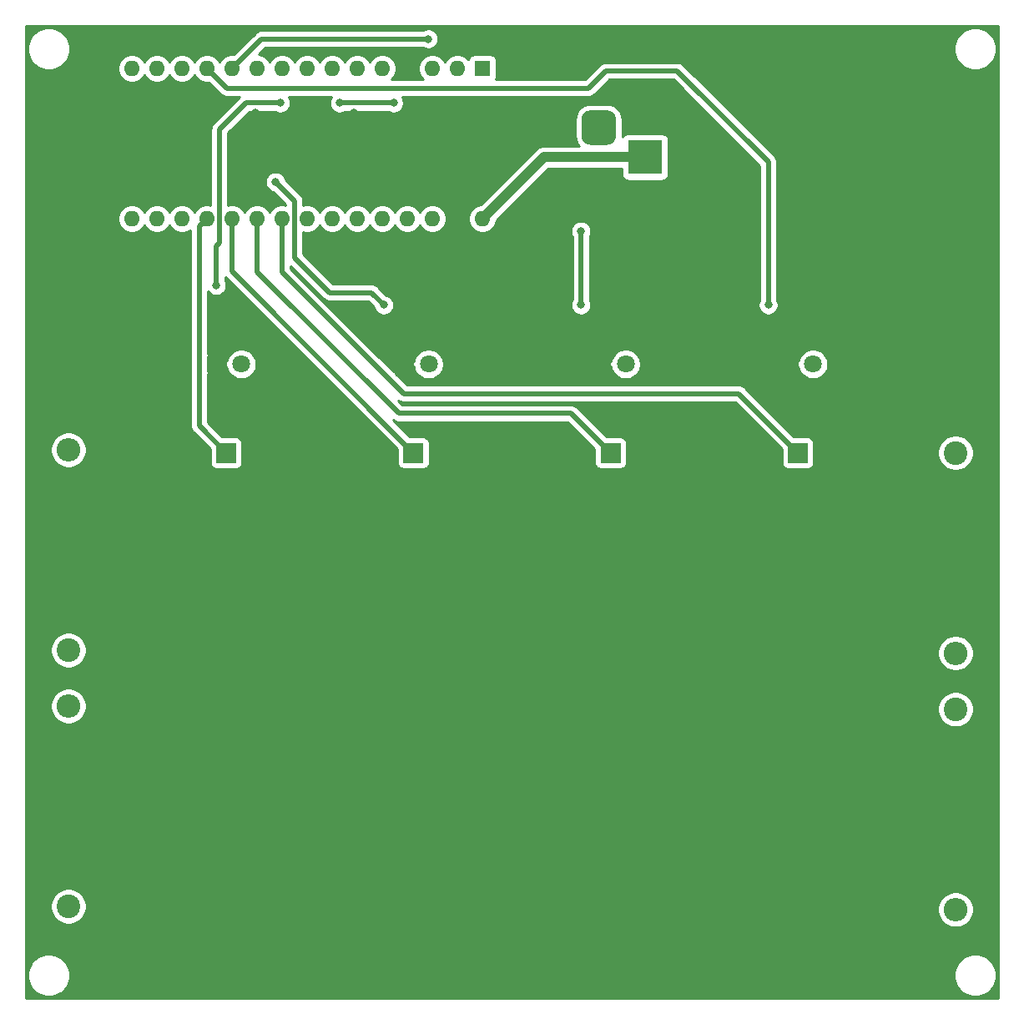
<source format=gbr>
G04 #@! TF.GenerationSoftware,KiCad,Pcbnew,(5.1.6)-1*
G04 #@! TF.CreationDate,2020-12-31T15:43:45+09:00*
G04 #@! TF.ProjectId,AA_discharger,41415f64-6973-4636-9861-726765722e6b,rev?*
G04 #@! TF.SameCoordinates,Original*
G04 #@! TF.FileFunction,Copper,L2,Bot*
G04 #@! TF.FilePolarity,Positive*
%FSLAX46Y46*%
G04 Gerber Fmt 4.6, Leading zero omitted, Abs format (unit mm)*
G04 Created by KiCad (PCBNEW (5.1.6)-1) date 2020-12-31 15:43:45*
%MOMM*%
%LPD*%
G01*
G04 APERTURE LIST*
G04 #@! TA.AperFunction,ComponentPad*
%ADD10C,2.400000*%
G04 #@! TD*
G04 #@! TA.AperFunction,ComponentPad*
%ADD11R,3.500000X3.500000*%
G04 #@! TD*
G04 #@! TA.AperFunction,ComponentPad*
%ADD12R,2.000000X2.000000*%
G04 #@! TD*
G04 #@! TA.AperFunction,ComponentPad*
%ADD13C,2.000000*%
G04 #@! TD*
G04 #@! TA.AperFunction,ComponentPad*
%ADD14O,2.400000X2.400000*%
G04 #@! TD*
G04 #@! TA.AperFunction,ComponentPad*
%ADD15C,1.800000*%
G04 #@! TD*
G04 #@! TA.AperFunction,ComponentPad*
%ADD16R,1.800000X1.800000*%
G04 #@! TD*
G04 #@! TA.AperFunction,ComponentPad*
%ADD17O,1.600000X1.600000*%
G04 #@! TD*
G04 #@! TA.AperFunction,ComponentPad*
%ADD18R,1.600000X1.600000*%
G04 #@! TD*
G04 #@! TA.AperFunction,ViaPad*
%ADD19C,0.800000*%
G04 #@! TD*
G04 #@! TA.AperFunction,ViaPad*
%ADD20C,1.200000*%
G04 #@! TD*
G04 #@! TA.AperFunction,Conductor*
%ADD21C,0.500000*%
G04 #@! TD*
G04 #@! TA.AperFunction,Conductor*
%ADD22C,1.000000*%
G04 #@! TD*
G04 #@! TA.AperFunction,Conductor*
%ADD23C,0.254000*%
G04 #@! TD*
G04 APERTURE END LIST*
D10*
X129000000Y-138750000D03*
X110000000Y-138750000D03*
X71000000Y-138750000D03*
X90000000Y-138750000D03*
G04 #@! TA.AperFunction,ComponentPad*
G36*
G01*
X107925000Y-59250000D02*
X109675000Y-59250000D01*
G75*
G02*
X110550000Y-60125000I0J-875000D01*
G01*
X110550000Y-61875000D01*
G75*
G02*
X109675000Y-62750000I-875000J0D01*
G01*
X107925000Y-62750000D01*
G75*
G02*
X107050000Y-61875000I0J875000D01*
G01*
X107050000Y-60125000D01*
G75*
G02*
X107925000Y-59250000I875000J0D01*
G01*
G37*
G04 #@! TD.AperFunction*
G04 #@! TA.AperFunction,ComponentPad*
G36*
G01*
X112500000Y-56500000D02*
X114500000Y-56500000D01*
G75*
G02*
X115250000Y-57250000I0J-750000D01*
G01*
X115250000Y-58750000D01*
G75*
G02*
X114500000Y-59500000I-750000J0D01*
G01*
X112500000Y-59500000D01*
G75*
G02*
X111750000Y-58750000I0J750000D01*
G01*
X111750000Y-57250000D01*
G75*
G02*
X112500000Y-56500000I750000J0D01*
G01*
G37*
G04 #@! TD.AperFunction*
D11*
X113500000Y-64000000D03*
D12*
X71000000Y-94000000D03*
D13*
X71000000Y-145990000D03*
D14*
X145000000Y-114320000D03*
D10*
X145000000Y-94000000D03*
D14*
X145000000Y-140320000D03*
D10*
X145000000Y-120000000D03*
D14*
X55000000Y-119680000D03*
D10*
X55000000Y-140000000D03*
D14*
X55000000Y-93680000D03*
D10*
X55000000Y-114000000D03*
D12*
X129000000Y-94000000D03*
D13*
X129000000Y-145990000D03*
D12*
X110000000Y-94000000D03*
D13*
X110000000Y-145990000D03*
D12*
X90000000Y-94000000D03*
D13*
X90000000Y-145990000D03*
D15*
X130540000Y-85000000D03*
D16*
X128000000Y-85000000D03*
D15*
X111540000Y-85000000D03*
D16*
X109000000Y-85000000D03*
D15*
X91540000Y-85000000D03*
D16*
X89000000Y-85000000D03*
D15*
X72540000Y-85000000D03*
D16*
X70000000Y-85000000D03*
D17*
X61440000Y-70240000D03*
X61440000Y-55000000D03*
X97000000Y-70240000D03*
X63980000Y-55000000D03*
X94460000Y-70240000D03*
X66520000Y-55000000D03*
X91920000Y-70240000D03*
X69060000Y-55000000D03*
X89380000Y-70240000D03*
X71600000Y-55000000D03*
X86840000Y-70240000D03*
X74140000Y-55000000D03*
X84300000Y-70240000D03*
X76680000Y-55000000D03*
X81760000Y-70240000D03*
X79220000Y-55000000D03*
X79220000Y-70240000D03*
X81760000Y-55000000D03*
X76680000Y-70240000D03*
X84300000Y-55000000D03*
X74140000Y-70240000D03*
X86840000Y-55000000D03*
X71600000Y-70240000D03*
X89380000Y-55000000D03*
X69060000Y-70240000D03*
X91920000Y-55000000D03*
X66520000Y-70240000D03*
X94460000Y-55000000D03*
X63980000Y-70240000D03*
D18*
X97000000Y-55000000D03*
D19*
X120250000Y-75000000D03*
X105750000Y-75000000D03*
X57500000Y-79500000D03*
X84000000Y-59500000D03*
X79000000Y-59500000D03*
X74000000Y-59500000D03*
X69000000Y-59500000D03*
D20*
X85500000Y-94500000D03*
X85500000Y-96500000D03*
X105500000Y-94500000D03*
X105500000Y-96500000D03*
D19*
X126000000Y-79000000D03*
X91500000Y-52000000D03*
X107000000Y-71500000D03*
X107000000Y-79000000D03*
X76000000Y-66500000D03*
X87000000Y-79000000D03*
X76500000Y-58500000D03*
X70000000Y-77000000D03*
X82500000Y-58500000D03*
X88000000Y-58500000D03*
D21*
X69060000Y-55000000D02*
X71060000Y-57000000D01*
X71060000Y-57000000D02*
X107750000Y-57000000D01*
X107750000Y-57000000D02*
X109500000Y-55250000D01*
X109500000Y-55250000D02*
X116750000Y-55250000D01*
X126000000Y-64500000D02*
X126000000Y-79000000D01*
X116750000Y-55250000D02*
X126000000Y-64500000D01*
X74600000Y-52000000D02*
X91500000Y-52000000D01*
X71600000Y-55000000D02*
X74600000Y-52000000D01*
X107000000Y-71500000D02*
X107000000Y-79000000D01*
X77930001Y-68430001D02*
X77930001Y-74180001D01*
X76000000Y-66500000D02*
X77930001Y-68430001D01*
X77930001Y-74180001D02*
X81500000Y-77750000D01*
X85750000Y-77750000D02*
X87000000Y-79000000D01*
X81500000Y-77750000D02*
X85750000Y-77750000D01*
X73000000Y-58500000D02*
X76500000Y-58500000D01*
X70310001Y-72689999D02*
X70310001Y-61189999D01*
X70000000Y-77000000D02*
X70000000Y-73000000D01*
X70310001Y-61189999D02*
X73000000Y-58500000D01*
X70000000Y-73000000D02*
X70310001Y-72689999D01*
X82500000Y-58500000D02*
X88000000Y-58500000D01*
X76680000Y-70240000D02*
X76680000Y-75680000D01*
X76680000Y-75680000D02*
X89000000Y-88000000D01*
X123000000Y-88000000D02*
X129000000Y-94000000D01*
X89000000Y-88000000D02*
X123000000Y-88000000D01*
X74140000Y-70240000D02*
X74140000Y-75640000D01*
X74140000Y-75640000D02*
X88500000Y-90000000D01*
X106000000Y-90000000D02*
X110000000Y-94000000D01*
X88500000Y-90000000D02*
X106000000Y-90000000D01*
X71600000Y-75600000D02*
X90000000Y-94000000D01*
X71600000Y-70240000D02*
X71600000Y-75600000D01*
X68260001Y-91260001D02*
X71000000Y-94000000D01*
X68260001Y-71039999D02*
X68260001Y-91260001D01*
X69060000Y-70240000D02*
X68260001Y-71039999D01*
D22*
X103240000Y-64000000D02*
X97000000Y-70240000D01*
X113500000Y-64000000D02*
X103240000Y-64000000D01*
D23*
G36*
X149340000Y-149340000D02*
G01*
X50660000Y-149340000D01*
X50660000Y-146786323D01*
X50830497Y-146786323D01*
X50830497Y-147213677D01*
X50913870Y-147632821D01*
X51077412Y-148027645D01*
X51314837Y-148382977D01*
X51617023Y-148685163D01*
X51972355Y-148922588D01*
X52367179Y-149086130D01*
X52786323Y-149169503D01*
X53213677Y-149169503D01*
X53632821Y-149086130D01*
X54027645Y-148922588D01*
X54382977Y-148685163D01*
X54685163Y-148382977D01*
X54922588Y-148027645D01*
X55086130Y-147632821D01*
X55169503Y-147213677D01*
X55169503Y-147086707D01*
X70717717Y-147086707D01*
X70860300Y-147084908D01*
X71000000Y-147224608D01*
X71137901Y-147086707D01*
X89717717Y-147086707D01*
X89860300Y-147084908D01*
X90000000Y-147224608D01*
X90137901Y-147086707D01*
X109717717Y-147086707D01*
X109860300Y-147084908D01*
X110000000Y-147224608D01*
X110137901Y-147086707D01*
X128717717Y-147086707D01*
X128860300Y-147084908D01*
X129000000Y-147224608D01*
X129143269Y-147081339D01*
X128860300Y-147084908D01*
X128856731Y-147081339D01*
X128717717Y-147086707D01*
X110137901Y-147086707D01*
X110143269Y-147081339D01*
X109860300Y-147084908D01*
X109856731Y-147081339D01*
X109717717Y-147086707D01*
X90137901Y-147086707D01*
X90143269Y-147081339D01*
X89860300Y-147084908D01*
X89856731Y-147081339D01*
X89717717Y-147086707D01*
X71137901Y-147086707D01*
X71143269Y-147081339D01*
X70860300Y-147084908D01*
X70856731Y-147081339D01*
X70717717Y-147086707D01*
X55169503Y-147086707D01*
X55169503Y-146786323D01*
X144830497Y-146786323D01*
X144830497Y-147213677D01*
X144913870Y-147632821D01*
X145077412Y-148027645D01*
X145314837Y-148382977D01*
X145617023Y-148685163D01*
X145972355Y-148922588D01*
X146367179Y-149086130D01*
X146786323Y-149169503D01*
X147213677Y-149169503D01*
X147632821Y-149086130D01*
X148027645Y-148922588D01*
X148382977Y-148685163D01*
X148685163Y-148382977D01*
X148922588Y-148027645D01*
X149086130Y-147632821D01*
X149169503Y-147213677D01*
X149169503Y-146786323D01*
X149086130Y-146367179D01*
X148922588Y-145972355D01*
X148685163Y-145617023D01*
X148382977Y-145314837D01*
X148027645Y-145077412D01*
X147632821Y-144913870D01*
X147213677Y-144830497D01*
X146786323Y-144830497D01*
X146367179Y-144913870D01*
X145972355Y-145077412D01*
X145617023Y-145314837D01*
X145314837Y-145617023D01*
X145077412Y-145972355D01*
X144913870Y-146367179D01*
X144830497Y-146786323D01*
X55169503Y-146786323D01*
X55086130Y-146367179D01*
X54929897Y-145990000D01*
X69765392Y-145990000D01*
X69908661Y-146133269D01*
X72091339Y-146133269D01*
X72096707Y-146272283D01*
X72094908Y-146129700D01*
X72091339Y-146133269D01*
X69908661Y-146133269D01*
X69905092Y-145850300D01*
X69765392Y-145990000D01*
X54929897Y-145990000D01*
X54922588Y-145972355D01*
X54745763Y-145707717D01*
X69903293Y-145707717D01*
X69905092Y-145850300D01*
X69908661Y-145846731D01*
X72091339Y-145846731D01*
X72094908Y-146129700D01*
X72234608Y-145990000D01*
X88765392Y-145990000D01*
X88908661Y-146133269D01*
X91091339Y-146133269D01*
X91096707Y-146272283D01*
X91094908Y-146129700D01*
X91091339Y-146133269D01*
X88908661Y-146133269D01*
X88905092Y-145850300D01*
X88765392Y-145990000D01*
X72234608Y-145990000D01*
X72091339Y-145846731D01*
X69908661Y-145846731D01*
X69903293Y-145707717D01*
X88903293Y-145707717D01*
X88905092Y-145850300D01*
X88908661Y-145846731D01*
X91091339Y-145846731D01*
X91094908Y-146129700D01*
X91234608Y-145990000D01*
X108765392Y-145990000D01*
X108908661Y-146133269D01*
X111091339Y-146133269D01*
X111096707Y-146272283D01*
X111094908Y-146129700D01*
X111091339Y-146133269D01*
X108908661Y-146133269D01*
X108905092Y-145850300D01*
X108765392Y-145990000D01*
X91234608Y-145990000D01*
X91091339Y-145846731D01*
X88908661Y-145846731D01*
X88903293Y-145707717D01*
X108903293Y-145707717D01*
X108905092Y-145850300D01*
X108908661Y-145846731D01*
X111091339Y-145846731D01*
X111094908Y-146129700D01*
X111234608Y-145990000D01*
X127765392Y-145990000D01*
X127908661Y-146133269D01*
X130091339Y-146133269D01*
X130096707Y-146272283D01*
X130094908Y-146129700D01*
X130091339Y-146133269D01*
X127908661Y-146133269D01*
X127905092Y-145850300D01*
X127765392Y-145990000D01*
X111234608Y-145990000D01*
X111091339Y-145846731D01*
X108908661Y-145846731D01*
X108903293Y-145707717D01*
X127903293Y-145707717D01*
X127905092Y-145850300D01*
X127908661Y-145846731D01*
X130091339Y-145846731D01*
X130094908Y-146129700D01*
X130234608Y-145990000D01*
X130091339Y-145846731D01*
X127908661Y-145846731D01*
X127903293Y-145707717D01*
X108903293Y-145707717D01*
X88903293Y-145707717D01*
X69903293Y-145707717D01*
X54745763Y-145707717D01*
X54685163Y-145617023D01*
X54382977Y-145314837D01*
X54027645Y-145077412D01*
X53632821Y-144913870D01*
X53556361Y-144898661D01*
X70856731Y-144898661D01*
X71139700Y-144895092D01*
X71143269Y-144898661D01*
X89856731Y-144898661D01*
X90139700Y-144895092D01*
X90143269Y-144898661D01*
X109856731Y-144898661D01*
X110139700Y-144895092D01*
X110143269Y-144898661D01*
X128856731Y-144898661D01*
X129139700Y-144895092D01*
X129143269Y-144898661D01*
X129282283Y-144893293D01*
X129139700Y-144895092D01*
X129000000Y-144755392D01*
X128856731Y-144898661D01*
X110143269Y-144898661D01*
X110282283Y-144893293D01*
X110139700Y-144895092D01*
X110000000Y-144755392D01*
X109856731Y-144898661D01*
X90143269Y-144898661D01*
X90282283Y-144893293D01*
X90139700Y-144895092D01*
X90000000Y-144755392D01*
X89856731Y-144898661D01*
X71143269Y-144898661D01*
X71282283Y-144893293D01*
X71139700Y-144895092D01*
X71000000Y-144755392D01*
X70856731Y-144898661D01*
X53556361Y-144898661D01*
X53213677Y-144830497D01*
X52786323Y-144830497D01*
X52367179Y-144913870D01*
X51972355Y-145077412D01*
X51617023Y-145314837D01*
X51314837Y-145617023D01*
X51077412Y-145972355D01*
X50913870Y-146367179D01*
X50830497Y-146786323D01*
X50660000Y-146786323D01*
X50660000Y-139819268D01*
X53165000Y-139819268D01*
X53165000Y-140180732D01*
X53235518Y-140535250D01*
X53373844Y-140869199D01*
X53574662Y-141169744D01*
X53830256Y-141425338D01*
X54130801Y-141626156D01*
X54464750Y-141764482D01*
X54819268Y-141835000D01*
X55180732Y-141835000D01*
X55535250Y-141764482D01*
X55869199Y-141626156D01*
X56169744Y-141425338D01*
X56425338Y-141169744D01*
X56626156Y-140869199D01*
X56764482Y-140535250D01*
X56835000Y-140180732D01*
X56835000Y-140021138D01*
X70597236Y-140021138D01*
X70762340Y-140029791D01*
X71000000Y-140267451D01*
X71237660Y-140029791D01*
X70597236Y-140021138D01*
X89597236Y-140021138D01*
X89762340Y-140029791D01*
X90000000Y-140267451D01*
X90237660Y-140029791D01*
X89597236Y-140021138D01*
X109597236Y-140021138D01*
X109762340Y-140029791D01*
X110000000Y-140267451D01*
X110237660Y-140029791D01*
X109597236Y-140021138D01*
X128597236Y-140021138D01*
X128762340Y-140029791D01*
X129000000Y-140267451D01*
X129128183Y-140139268D01*
X143165000Y-140139268D01*
X143165000Y-140500732D01*
X143235518Y-140855250D01*
X143373844Y-141189199D01*
X143574662Y-141489744D01*
X143830256Y-141745338D01*
X144130801Y-141946156D01*
X144464750Y-142084482D01*
X144819268Y-142155000D01*
X145180732Y-142155000D01*
X145535250Y-142084482D01*
X145869199Y-141946156D01*
X146169744Y-141745338D01*
X146425338Y-141489744D01*
X146626156Y-141189199D01*
X146764482Y-140855250D01*
X146835000Y-140500732D01*
X146835000Y-140139268D01*
X146764482Y-139784750D01*
X146626156Y-139450801D01*
X146425338Y-139150256D01*
X146169744Y-138894662D01*
X145869199Y-138693844D01*
X145535250Y-138555518D01*
X145180732Y-138485000D01*
X144819268Y-138485000D01*
X144464750Y-138555518D01*
X144130801Y-138693844D01*
X143830256Y-138894662D01*
X143574662Y-139150256D01*
X143373844Y-139450801D01*
X143235518Y-139784750D01*
X143165000Y-140139268D01*
X129128183Y-140139268D01*
X129237660Y-140029791D01*
X128597236Y-140021138D01*
X109597236Y-140021138D01*
X89597236Y-140021138D01*
X70597236Y-140021138D01*
X56835000Y-140021138D01*
X56835000Y-139819268D01*
X56764482Y-139464750D01*
X56635254Y-139152764D01*
X72271138Y-139152764D01*
X91271138Y-139152764D01*
X111271138Y-139152764D01*
X130271138Y-139152764D01*
X130279791Y-138987660D01*
X130517451Y-138750000D01*
X130279791Y-138512340D01*
X130271138Y-139152764D01*
X111271138Y-139152764D01*
X111279791Y-138987660D01*
X111517451Y-138750000D01*
X127482549Y-138750000D01*
X127720209Y-138987660D01*
X127728862Y-138347236D01*
X127720209Y-138512340D01*
X127482549Y-138750000D01*
X111517451Y-138750000D01*
X111279791Y-138512340D01*
X111271138Y-139152764D01*
X91271138Y-139152764D01*
X91279791Y-138987660D01*
X91517451Y-138750000D01*
X108482549Y-138750000D01*
X108720209Y-138987660D01*
X108728862Y-138347236D01*
X108720209Y-138512340D01*
X108482549Y-138750000D01*
X91517451Y-138750000D01*
X91279791Y-138512340D01*
X91271138Y-139152764D01*
X72271138Y-139152764D01*
X72279791Y-138987660D01*
X72517451Y-138750000D01*
X88482549Y-138750000D01*
X88720209Y-138987660D01*
X88728862Y-138347236D01*
X88720209Y-138512340D01*
X88482549Y-138750000D01*
X72517451Y-138750000D01*
X72279791Y-138512340D01*
X72271138Y-139152764D01*
X56635254Y-139152764D01*
X56626156Y-139130801D01*
X56425338Y-138830256D01*
X56345082Y-138750000D01*
X69482549Y-138750000D01*
X69720209Y-138987660D01*
X69728862Y-138347236D01*
X69720209Y-138512340D01*
X69482549Y-138750000D01*
X56345082Y-138750000D01*
X56169744Y-138574662D01*
X55869199Y-138373844D01*
X55535250Y-138235518D01*
X55180732Y-138165000D01*
X54819268Y-138165000D01*
X54464750Y-138235518D01*
X54130801Y-138373844D01*
X53830256Y-138574662D01*
X53574662Y-138830256D01*
X53373844Y-139130801D01*
X53235518Y-139464750D01*
X53165000Y-139819268D01*
X50660000Y-139819268D01*
X50660000Y-137470209D01*
X70762340Y-137470209D01*
X71402764Y-137478862D01*
X71237660Y-137470209D01*
X89762340Y-137470209D01*
X90402764Y-137478862D01*
X90237660Y-137470209D01*
X109762340Y-137470209D01*
X110402764Y-137478862D01*
X110237660Y-137470209D01*
X128762340Y-137470209D01*
X129402764Y-137478862D01*
X129237660Y-137470209D01*
X129000000Y-137232549D01*
X128762340Y-137470209D01*
X110237660Y-137470209D01*
X110000000Y-137232549D01*
X109762340Y-137470209D01*
X90237660Y-137470209D01*
X90000000Y-137232549D01*
X89762340Y-137470209D01*
X71237660Y-137470209D01*
X71000000Y-137232549D01*
X70762340Y-137470209D01*
X50660000Y-137470209D01*
X50660000Y-119499268D01*
X53165000Y-119499268D01*
X53165000Y-119860732D01*
X53235518Y-120215250D01*
X53373844Y-120549199D01*
X53574662Y-120849744D01*
X53830256Y-121105338D01*
X54130801Y-121306156D01*
X54464750Y-121444482D01*
X54819268Y-121515000D01*
X55180732Y-121515000D01*
X55535250Y-121444482D01*
X55869199Y-121306156D01*
X56169744Y-121105338D01*
X56425338Y-120849744D01*
X56626156Y-120549199D01*
X56764482Y-120215250D01*
X56835000Y-119860732D01*
X56835000Y-119819268D01*
X143165000Y-119819268D01*
X143165000Y-120180732D01*
X143235518Y-120535250D01*
X143373844Y-120869199D01*
X143574662Y-121169744D01*
X143830256Y-121425338D01*
X144130801Y-121626156D01*
X144464750Y-121764482D01*
X144819268Y-121835000D01*
X145180732Y-121835000D01*
X145535250Y-121764482D01*
X145869199Y-121626156D01*
X146169744Y-121425338D01*
X146425338Y-121169744D01*
X146626156Y-120869199D01*
X146764482Y-120535250D01*
X146835000Y-120180732D01*
X146835000Y-119819268D01*
X146764482Y-119464750D01*
X146626156Y-119130801D01*
X146425338Y-118830256D01*
X146169744Y-118574662D01*
X145869199Y-118373844D01*
X145535250Y-118235518D01*
X145180732Y-118165000D01*
X144819268Y-118165000D01*
X144464750Y-118235518D01*
X144130801Y-118373844D01*
X143830256Y-118574662D01*
X143574662Y-118830256D01*
X143373844Y-119130801D01*
X143235518Y-119464750D01*
X143165000Y-119819268D01*
X56835000Y-119819268D01*
X56835000Y-119499268D01*
X56764482Y-119144750D01*
X56626156Y-118810801D01*
X56425338Y-118510256D01*
X56169744Y-118254662D01*
X55869199Y-118053844D01*
X55535250Y-117915518D01*
X55180732Y-117845000D01*
X54819268Y-117845000D01*
X54464750Y-117915518D01*
X54130801Y-118053844D01*
X53830256Y-118254662D01*
X53574662Y-118510256D01*
X53373844Y-118810801D01*
X53235518Y-119144750D01*
X53165000Y-119499268D01*
X50660000Y-119499268D01*
X50660000Y-113819268D01*
X53165000Y-113819268D01*
X53165000Y-114180732D01*
X53235518Y-114535250D01*
X53373844Y-114869199D01*
X53574662Y-115169744D01*
X53830256Y-115425338D01*
X54130801Y-115626156D01*
X54464750Y-115764482D01*
X54819268Y-115835000D01*
X55180732Y-115835000D01*
X55535250Y-115764482D01*
X55869199Y-115626156D01*
X56169744Y-115425338D01*
X56425338Y-115169744D01*
X56626156Y-114869199D01*
X56764482Y-114535250D01*
X56835000Y-114180732D01*
X56835000Y-114139268D01*
X143165000Y-114139268D01*
X143165000Y-114500732D01*
X143235518Y-114855250D01*
X143373844Y-115189199D01*
X143574662Y-115489744D01*
X143830256Y-115745338D01*
X144130801Y-115946156D01*
X144464750Y-116084482D01*
X144819268Y-116155000D01*
X145180732Y-116155000D01*
X145535250Y-116084482D01*
X145869199Y-115946156D01*
X146169744Y-115745338D01*
X146425338Y-115489744D01*
X146626156Y-115189199D01*
X146764482Y-114855250D01*
X146835000Y-114500732D01*
X146835000Y-114139268D01*
X146764482Y-113784750D01*
X146626156Y-113450801D01*
X146425338Y-113150256D01*
X146169744Y-112894662D01*
X145869199Y-112693844D01*
X145535250Y-112555518D01*
X145180732Y-112485000D01*
X144819268Y-112485000D01*
X144464750Y-112555518D01*
X144130801Y-112693844D01*
X143830256Y-112894662D01*
X143574662Y-113150256D01*
X143373844Y-113450801D01*
X143235518Y-113784750D01*
X143165000Y-114139268D01*
X56835000Y-114139268D01*
X56835000Y-113819268D01*
X56764482Y-113464750D01*
X56626156Y-113130801D01*
X56425338Y-112830256D01*
X56169744Y-112574662D01*
X55869199Y-112373844D01*
X55535250Y-112235518D01*
X55180732Y-112165000D01*
X54819268Y-112165000D01*
X54464750Y-112235518D01*
X54130801Y-112373844D01*
X53830256Y-112574662D01*
X53574662Y-112830256D01*
X53373844Y-113130801D01*
X53235518Y-113464750D01*
X53165000Y-113819268D01*
X50660000Y-113819268D01*
X50660000Y-93499268D01*
X53165000Y-93499268D01*
X53165000Y-93860732D01*
X53235518Y-94215250D01*
X53373844Y-94549199D01*
X53574662Y-94849744D01*
X53830256Y-95105338D01*
X54130801Y-95306156D01*
X54464750Y-95444482D01*
X54819268Y-95515000D01*
X55180732Y-95515000D01*
X55535250Y-95444482D01*
X55869199Y-95306156D01*
X56169744Y-95105338D01*
X56425338Y-94849744D01*
X56626156Y-94549199D01*
X56764482Y-94215250D01*
X56835000Y-93860732D01*
X56835000Y-93499268D01*
X56764482Y-93144750D01*
X56626156Y-92810801D01*
X56425338Y-92510256D01*
X56169744Y-92254662D01*
X55869199Y-92053844D01*
X55535250Y-91915518D01*
X55180732Y-91845000D01*
X54819268Y-91845000D01*
X54464750Y-91915518D01*
X54130801Y-92053844D01*
X53830256Y-92254662D01*
X53574662Y-92510256D01*
X53373844Y-92810801D01*
X53235518Y-93144750D01*
X53165000Y-93499268D01*
X50660000Y-93499268D01*
X50660000Y-52786323D01*
X50830497Y-52786323D01*
X50830497Y-53213677D01*
X50913870Y-53632821D01*
X51077412Y-54027645D01*
X51314837Y-54382977D01*
X51617023Y-54685163D01*
X51972355Y-54922588D01*
X52367179Y-55086130D01*
X52786323Y-55169503D01*
X53213677Y-55169503D01*
X53632821Y-55086130D01*
X54027645Y-54922588D01*
X54123312Y-54858665D01*
X60005000Y-54858665D01*
X60005000Y-55141335D01*
X60060147Y-55418574D01*
X60168320Y-55679727D01*
X60325363Y-55914759D01*
X60525241Y-56114637D01*
X60760273Y-56271680D01*
X61021426Y-56379853D01*
X61298665Y-56435000D01*
X61581335Y-56435000D01*
X61858574Y-56379853D01*
X62119727Y-56271680D01*
X62354759Y-56114637D01*
X62554637Y-55914759D01*
X62710000Y-55682241D01*
X62865363Y-55914759D01*
X63065241Y-56114637D01*
X63300273Y-56271680D01*
X63561426Y-56379853D01*
X63838665Y-56435000D01*
X64121335Y-56435000D01*
X64398574Y-56379853D01*
X64659727Y-56271680D01*
X64894759Y-56114637D01*
X65094637Y-55914759D01*
X65250000Y-55682241D01*
X65405363Y-55914759D01*
X65605241Y-56114637D01*
X65840273Y-56271680D01*
X66101426Y-56379853D01*
X66378665Y-56435000D01*
X66661335Y-56435000D01*
X66938574Y-56379853D01*
X67199727Y-56271680D01*
X67434759Y-56114637D01*
X67634637Y-55914759D01*
X67790000Y-55682241D01*
X67945363Y-55914759D01*
X68145241Y-56114637D01*
X68380273Y-56271680D01*
X68641426Y-56379853D01*
X68918665Y-56435000D01*
X69201335Y-56435000D01*
X69236439Y-56428017D01*
X70403470Y-57595049D01*
X70431183Y-57628817D01*
X70464951Y-57656530D01*
X70464953Y-57656532D01*
X70491613Y-57678411D01*
X70565941Y-57739411D01*
X70719687Y-57821589D01*
X70886510Y-57872195D01*
X71016523Y-57885000D01*
X71016533Y-57885000D01*
X71059999Y-57889281D01*
X71103465Y-57885000D01*
X72359844Y-57885000D01*
X72343470Y-57904951D01*
X69714952Y-60533470D01*
X69681185Y-60561182D01*
X69653472Y-60594950D01*
X69653469Y-60594953D01*
X69570591Y-60695940D01*
X69488413Y-60849686D01*
X69437806Y-61016509D01*
X69420720Y-61189999D01*
X69425002Y-61233478D01*
X69425001Y-68849491D01*
X69201335Y-68805000D01*
X68918665Y-68805000D01*
X68641426Y-68860147D01*
X68380273Y-68968320D01*
X68145241Y-69125363D01*
X67945363Y-69325241D01*
X67790000Y-69557759D01*
X67634637Y-69325241D01*
X67434759Y-69125363D01*
X67199727Y-68968320D01*
X66938574Y-68860147D01*
X66661335Y-68805000D01*
X66378665Y-68805000D01*
X66101426Y-68860147D01*
X65840273Y-68968320D01*
X65605241Y-69125363D01*
X65405363Y-69325241D01*
X65250000Y-69557759D01*
X65094637Y-69325241D01*
X64894759Y-69125363D01*
X64659727Y-68968320D01*
X64398574Y-68860147D01*
X64121335Y-68805000D01*
X63838665Y-68805000D01*
X63561426Y-68860147D01*
X63300273Y-68968320D01*
X63065241Y-69125363D01*
X62865363Y-69325241D01*
X62710000Y-69557759D01*
X62554637Y-69325241D01*
X62354759Y-69125363D01*
X62119727Y-68968320D01*
X61858574Y-68860147D01*
X61581335Y-68805000D01*
X61298665Y-68805000D01*
X61021426Y-68860147D01*
X60760273Y-68968320D01*
X60525241Y-69125363D01*
X60325363Y-69325241D01*
X60168320Y-69560273D01*
X60060147Y-69821426D01*
X60005000Y-70098665D01*
X60005000Y-70381335D01*
X60060147Y-70658574D01*
X60168320Y-70919727D01*
X60325363Y-71154759D01*
X60525241Y-71354637D01*
X60760273Y-71511680D01*
X61021426Y-71619853D01*
X61298665Y-71675000D01*
X61581335Y-71675000D01*
X61858574Y-71619853D01*
X62119727Y-71511680D01*
X62354759Y-71354637D01*
X62554637Y-71154759D01*
X62710000Y-70922241D01*
X62865363Y-71154759D01*
X63065241Y-71354637D01*
X63300273Y-71511680D01*
X63561426Y-71619853D01*
X63838665Y-71675000D01*
X64121335Y-71675000D01*
X64398574Y-71619853D01*
X64659727Y-71511680D01*
X64894759Y-71354637D01*
X65094637Y-71154759D01*
X65250000Y-70922241D01*
X65405363Y-71154759D01*
X65605241Y-71354637D01*
X65840273Y-71511680D01*
X66101426Y-71619853D01*
X66378665Y-71675000D01*
X66661335Y-71675000D01*
X66938574Y-71619853D01*
X67199727Y-71511680D01*
X67375001Y-71394566D01*
X67375002Y-91216522D01*
X67370720Y-91260001D01*
X67387806Y-91433491D01*
X67438413Y-91600314D01*
X67520591Y-91754060D01*
X67603469Y-91855047D01*
X67603472Y-91855050D01*
X67631185Y-91888818D01*
X67664952Y-91916530D01*
X69361928Y-93613507D01*
X69361928Y-95000000D01*
X69374188Y-95124482D01*
X69410498Y-95244180D01*
X69469463Y-95354494D01*
X69548815Y-95451185D01*
X69645506Y-95530537D01*
X69755820Y-95589502D01*
X69875518Y-95625812D01*
X70000000Y-95638072D01*
X72000000Y-95638072D01*
X72124482Y-95625812D01*
X72244180Y-95589502D01*
X72354494Y-95530537D01*
X72451185Y-95451185D01*
X72530537Y-95354494D01*
X72589502Y-95244180D01*
X72625812Y-95124482D01*
X72638072Y-95000000D01*
X72638072Y-93000000D01*
X72625812Y-92875518D01*
X72589502Y-92755820D01*
X72530537Y-92645506D01*
X72451185Y-92548815D01*
X72354494Y-92469463D01*
X72244180Y-92410498D01*
X72124482Y-92374188D01*
X72000000Y-92361928D01*
X70613507Y-92361928D01*
X69145001Y-90893423D01*
X69145001Y-86027324D01*
X69195250Y-86027000D01*
X69227000Y-85995250D01*
X69227000Y-85773000D01*
X69145001Y-85773000D01*
X69145001Y-84227000D01*
X69227000Y-84227000D01*
X69227000Y-84004750D01*
X70773000Y-84004750D01*
X70773000Y-84227000D01*
X70900000Y-84227000D01*
X70900000Y-85773000D01*
X70773000Y-85773000D01*
X70773000Y-85995250D01*
X70804750Y-86027000D01*
X70900000Y-86027614D01*
X70900000Y-86373002D01*
X71027000Y-86373002D01*
X71027000Y-85906234D01*
X71027614Y-85900000D01*
X71027000Y-85804750D01*
X71027000Y-85261786D01*
X71063989Y-85447743D01*
X71179701Y-85727095D01*
X71347688Y-85978505D01*
X71561495Y-86192312D01*
X71812905Y-86360299D01*
X72092257Y-86476011D01*
X72388816Y-86535000D01*
X72691184Y-86535000D01*
X72987743Y-86476011D01*
X73267095Y-86360299D01*
X73518505Y-86192312D01*
X73732312Y-85978505D01*
X73900299Y-85727095D01*
X74016011Y-85447743D01*
X74075000Y-85151184D01*
X74075000Y-84848816D01*
X74016011Y-84552257D01*
X73900299Y-84272905D01*
X73732312Y-84021495D01*
X73518505Y-83807688D01*
X73267095Y-83639701D01*
X72987743Y-83523989D01*
X72691184Y-83465000D01*
X72388816Y-83465000D01*
X72092257Y-83523989D01*
X71812905Y-83639701D01*
X71561495Y-83807688D01*
X71347688Y-84021495D01*
X71179701Y-84272905D01*
X71063989Y-84552257D01*
X71027000Y-84738214D01*
X71027000Y-84195250D01*
X71027614Y-84100000D01*
X71027000Y-84093766D01*
X71027000Y-83626998D01*
X70900000Y-83626998D01*
X70900000Y-83972386D01*
X70804750Y-83973000D01*
X70773000Y-84004750D01*
X69227000Y-84004750D01*
X69195250Y-83973000D01*
X69145001Y-83972676D01*
X69145001Y-77583354D01*
X69196063Y-77659774D01*
X69340226Y-77803937D01*
X69509744Y-77917205D01*
X69698102Y-77995226D01*
X69898061Y-78035000D01*
X70101939Y-78035000D01*
X70301898Y-77995226D01*
X70490256Y-77917205D01*
X70659774Y-77803937D01*
X70803937Y-77659774D01*
X70917205Y-77490256D01*
X70995226Y-77301898D01*
X71035000Y-77101939D01*
X71035000Y-76898061D01*
X70995226Y-76698102D01*
X70917205Y-76509744D01*
X70885000Y-76461546D01*
X70885000Y-76123803D01*
X70943468Y-76195046D01*
X70943471Y-76195049D01*
X70971184Y-76228817D01*
X71004952Y-76256530D01*
X88361928Y-93613507D01*
X88361928Y-95000000D01*
X88374188Y-95124482D01*
X88410498Y-95244180D01*
X88469463Y-95354494D01*
X88548815Y-95451185D01*
X88645506Y-95530537D01*
X88755820Y-95589502D01*
X88875518Y-95625812D01*
X89000000Y-95638072D01*
X91000000Y-95638072D01*
X91124482Y-95625812D01*
X91244180Y-95589502D01*
X91354494Y-95530537D01*
X91451185Y-95451185D01*
X91530537Y-95354494D01*
X91589502Y-95244180D01*
X91625812Y-95124482D01*
X91638072Y-95000000D01*
X91638072Y-93000000D01*
X91625812Y-92875518D01*
X91589502Y-92755820D01*
X91530537Y-92645506D01*
X91451185Y-92548815D01*
X91354494Y-92469463D01*
X91244180Y-92410498D01*
X91124482Y-92374188D01*
X91000000Y-92361928D01*
X89613507Y-92361928D01*
X87922563Y-90670984D01*
X88005941Y-90739411D01*
X88159687Y-90821589D01*
X88326510Y-90872195D01*
X88456523Y-90885000D01*
X88456531Y-90885000D01*
X88500000Y-90889281D01*
X88543469Y-90885000D01*
X105633422Y-90885000D01*
X108361928Y-93613507D01*
X108361928Y-95000000D01*
X108374188Y-95124482D01*
X108410498Y-95244180D01*
X108469463Y-95354494D01*
X108548815Y-95451185D01*
X108645506Y-95530537D01*
X108755820Y-95589502D01*
X108875518Y-95625812D01*
X109000000Y-95638072D01*
X111000000Y-95638072D01*
X111124482Y-95625812D01*
X111244180Y-95589502D01*
X111354494Y-95530537D01*
X111451185Y-95451185D01*
X111530537Y-95354494D01*
X111589502Y-95244180D01*
X111625812Y-95124482D01*
X111638072Y-95000000D01*
X111638072Y-93000000D01*
X111625812Y-92875518D01*
X111589502Y-92755820D01*
X111530537Y-92645506D01*
X111451185Y-92548815D01*
X111354494Y-92469463D01*
X111244180Y-92410498D01*
X111124482Y-92374188D01*
X111000000Y-92361928D01*
X109613507Y-92361928D01*
X106656534Y-89404956D01*
X106628817Y-89371183D01*
X106494059Y-89260589D01*
X106340313Y-89178411D01*
X106173490Y-89127805D01*
X106043477Y-89115000D01*
X106043469Y-89115000D01*
X106000000Y-89110719D01*
X105956531Y-89115000D01*
X88866579Y-89115000D01*
X88422564Y-88670985D01*
X88476452Y-88715210D01*
X88505941Y-88739411D01*
X88659687Y-88821589D01*
X88826510Y-88872195D01*
X88956523Y-88885000D01*
X88956533Y-88885000D01*
X88999999Y-88889281D01*
X89043466Y-88885000D01*
X122633422Y-88885000D01*
X127361928Y-93613507D01*
X127361928Y-95000000D01*
X127374188Y-95124482D01*
X127410498Y-95244180D01*
X127469463Y-95354494D01*
X127548815Y-95451185D01*
X127645506Y-95530537D01*
X127755820Y-95589502D01*
X127875518Y-95625812D01*
X128000000Y-95638072D01*
X130000000Y-95638072D01*
X130124482Y-95625812D01*
X130244180Y-95589502D01*
X130354494Y-95530537D01*
X130451185Y-95451185D01*
X130530537Y-95354494D01*
X130589502Y-95244180D01*
X130625812Y-95124482D01*
X130638072Y-95000000D01*
X130638072Y-93819268D01*
X143165000Y-93819268D01*
X143165000Y-94180732D01*
X143235518Y-94535250D01*
X143373844Y-94869199D01*
X143574662Y-95169744D01*
X143830256Y-95425338D01*
X144130801Y-95626156D01*
X144464750Y-95764482D01*
X144819268Y-95835000D01*
X145180732Y-95835000D01*
X145535250Y-95764482D01*
X145869199Y-95626156D01*
X146169744Y-95425338D01*
X146425338Y-95169744D01*
X146626156Y-94869199D01*
X146764482Y-94535250D01*
X146835000Y-94180732D01*
X146835000Y-93819268D01*
X146764482Y-93464750D01*
X146626156Y-93130801D01*
X146425338Y-92830256D01*
X146169744Y-92574662D01*
X145869199Y-92373844D01*
X145535250Y-92235518D01*
X145180732Y-92165000D01*
X144819268Y-92165000D01*
X144464750Y-92235518D01*
X144130801Y-92373844D01*
X143830256Y-92574662D01*
X143574662Y-92830256D01*
X143373844Y-93130801D01*
X143235518Y-93464750D01*
X143165000Y-93819268D01*
X130638072Y-93819268D01*
X130638072Y-93000000D01*
X130625812Y-92875518D01*
X130589502Y-92755820D01*
X130530537Y-92645506D01*
X130451185Y-92548815D01*
X130354494Y-92469463D01*
X130244180Y-92410498D01*
X130124482Y-92374188D01*
X130000000Y-92361928D01*
X128613507Y-92361928D01*
X123656534Y-87404956D01*
X123628817Y-87371183D01*
X123494059Y-87260589D01*
X123340313Y-87178411D01*
X123173490Y-87127805D01*
X123043477Y-87115000D01*
X123043469Y-87115000D01*
X123000000Y-87110719D01*
X122956531Y-87115000D01*
X89366579Y-87115000D01*
X88227000Y-85975421D01*
X88227000Y-85773000D01*
X88024579Y-85773000D01*
X86351579Y-84100000D01*
X87972386Y-84100000D01*
X87973000Y-84195250D01*
X88004750Y-84227000D01*
X88227000Y-84227000D01*
X88227000Y-84004750D01*
X89773000Y-84004750D01*
X89773000Y-84227000D01*
X89900000Y-84227000D01*
X89900000Y-85773000D01*
X89773000Y-85773000D01*
X89773000Y-85995250D01*
X89804750Y-86027000D01*
X89900000Y-86027614D01*
X89900000Y-86373002D01*
X90027000Y-86373002D01*
X90027000Y-85906234D01*
X90027614Y-85900000D01*
X90027000Y-85804750D01*
X90027000Y-85261786D01*
X90063989Y-85447743D01*
X90179701Y-85727095D01*
X90347688Y-85978505D01*
X90561495Y-86192312D01*
X90812905Y-86360299D01*
X91092257Y-86476011D01*
X91388816Y-86535000D01*
X91691184Y-86535000D01*
X91987743Y-86476011D01*
X92267095Y-86360299D01*
X92518505Y-86192312D01*
X92732312Y-85978505D01*
X92784767Y-85900000D01*
X107972386Y-85900000D01*
X107974838Y-85924896D01*
X107982100Y-85948836D01*
X107993893Y-85970899D01*
X108009763Y-85990237D01*
X108029101Y-86006107D01*
X108051164Y-86017900D01*
X108075104Y-86025162D01*
X108100000Y-86027614D01*
X108195250Y-86027000D01*
X108227000Y-85995250D01*
X108227000Y-85773000D01*
X108004750Y-85773000D01*
X107973000Y-85804750D01*
X107972386Y-85900000D01*
X92784767Y-85900000D01*
X92900299Y-85727095D01*
X93016011Y-85447743D01*
X93075000Y-85151184D01*
X93075000Y-84848816D01*
X93016011Y-84552257D01*
X92900299Y-84272905D01*
X92784768Y-84100000D01*
X107972386Y-84100000D01*
X107973000Y-84195250D01*
X108004750Y-84227000D01*
X108227000Y-84227000D01*
X108227000Y-84004750D01*
X109773000Y-84004750D01*
X109773000Y-84227000D01*
X109900000Y-84227000D01*
X109900000Y-85773000D01*
X109773000Y-85773000D01*
X109773000Y-85995250D01*
X109804750Y-86027000D01*
X109900000Y-86027614D01*
X109900000Y-86373002D01*
X110027000Y-86373002D01*
X110027000Y-85906234D01*
X110027614Y-85900000D01*
X110027000Y-85804750D01*
X110027000Y-85261786D01*
X110063989Y-85447743D01*
X110179701Y-85727095D01*
X110347688Y-85978505D01*
X110561495Y-86192312D01*
X110812905Y-86360299D01*
X111092257Y-86476011D01*
X111388816Y-86535000D01*
X111691184Y-86535000D01*
X111987743Y-86476011D01*
X112267095Y-86360299D01*
X112518505Y-86192312D01*
X112732312Y-85978505D01*
X112784767Y-85900000D01*
X126972386Y-85900000D01*
X126974838Y-85924896D01*
X126982100Y-85948836D01*
X126993893Y-85970899D01*
X127009763Y-85990237D01*
X127029101Y-86006107D01*
X127051164Y-86017900D01*
X127075104Y-86025162D01*
X127100000Y-86027614D01*
X127195250Y-86027000D01*
X127227000Y-85995250D01*
X127227000Y-85773000D01*
X127004750Y-85773000D01*
X126973000Y-85804750D01*
X126972386Y-85900000D01*
X112784767Y-85900000D01*
X112900299Y-85727095D01*
X113016011Y-85447743D01*
X113075000Y-85151184D01*
X113075000Y-84848816D01*
X113016011Y-84552257D01*
X112900299Y-84272905D01*
X112784768Y-84100000D01*
X126972386Y-84100000D01*
X126973000Y-84195250D01*
X127004750Y-84227000D01*
X127227000Y-84227000D01*
X127227000Y-84004750D01*
X128773000Y-84004750D01*
X128773000Y-84227000D01*
X128900000Y-84227000D01*
X128900000Y-85773000D01*
X128773000Y-85773000D01*
X128773000Y-85995250D01*
X128804750Y-86027000D01*
X128900000Y-86027614D01*
X128900000Y-86373002D01*
X129027000Y-86373002D01*
X129027000Y-85906234D01*
X129027614Y-85900000D01*
X129027000Y-85804750D01*
X129027000Y-85261786D01*
X129063989Y-85447743D01*
X129179701Y-85727095D01*
X129347688Y-85978505D01*
X129561495Y-86192312D01*
X129812905Y-86360299D01*
X130092257Y-86476011D01*
X130388816Y-86535000D01*
X130691184Y-86535000D01*
X130987743Y-86476011D01*
X131267095Y-86360299D01*
X131518505Y-86192312D01*
X131732312Y-85978505D01*
X131900299Y-85727095D01*
X132016011Y-85447743D01*
X132075000Y-85151184D01*
X132075000Y-84848816D01*
X132016011Y-84552257D01*
X131900299Y-84272905D01*
X131732312Y-84021495D01*
X131518505Y-83807688D01*
X131267095Y-83639701D01*
X130987743Y-83523989D01*
X130691184Y-83465000D01*
X130388816Y-83465000D01*
X130092257Y-83523989D01*
X129812905Y-83639701D01*
X129561495Y-83807688D01*
X129347688Y-84021495D01*
X129179701Y-84272905D01*
X129063989Y-84552257D01*
X129027000Y-84738214D01*
X129027000Y-84195250D01*
X129027614Y-84100000D01*
X129027000Y-84093766D01*
X129027000Y-83626998D01*
X128900000Y-83626998D01*
X128900000Y-83972386D01*
X128804750Y-83973000D01*
X128773000Y-84004750D01*
X127227000Y-84004750D01*
X127195250Y-83973000D01*
X127100000Y-83972386D01*
X127075104Y-83974838D01*
X127051164Y-83982100D01*
X127029101Y-83993893D01*
X127009763Y-84009763D01*
X126993893Y-84029101D01*
X126982100Y-84051164D01*
X126974838Y-84075104D01*
X126972386Y-84100000D01*
X112784768Y-84100000D01*
X112732312Y-84021495D01*
X112518505Y-83807688D01*
X112267095Y-83639701D01*
X111987743Y-83523989D01*
X111691184Y-83465000D01*
X111388816Y-83465000D01*
X111092257Y-83523989D01*
X110812905Y-83639701D01*
X110561495Y-83807688D01*
X110347688Y-84021495D01*
X110179701Y-84272905D01*
X110063989Y-84552257D01*
X110027000Y-84738214D01*
X110027000Y-84195250D01*
X110027614Y-84100000D01*
X110027000Y-84093766D01*
X110027000Y-83626998D01*
X109900000Y-83626998D01*
X109900000Y-83972386D01*
X109804750Y-83973000D01*
X109773000Y-84004750D01*
X108227000Y-84004750D01*
X108195250Y-83973000D01*
X108100000Y-83972386D01*
X108075104Y-83974838D01*
X108051164Y-83982100D01*
X108029101Y-83993893D01*
X108009763Y-84009763D01*
X107993893Y-84029101D01*
X107982100Y-84051164D01*
X107974838Y-84075104D01*
X107972386Y-84100000D01*
X92784768Y-84100000D01*
X92732312Y-84021495D01*
X92518505Y-83807688D01*
X92267095Y-83639701D01*
X91987743Y-83523989D01*
X91691184Y-83465000D01*
X91388816Y-83465000D01*
X91092257Y-83523989D01*
X90812905Y-83639701D01*
X90561495Y-83807688D01*
X90347688Y-84021495D01*
X90179701Y-84272905D01*
X90063989Y-84552257D01*
X90027000Y-84738214D01*
X90027000Y-84195250D01*
X90027614Y-84100000D01*
X90027000Y-84093766D01*
X90027000Y-83626998D01*
X89900000Y-83626998D01*
X89900000Y-83972386D01*
X89804750Y-83973000D01*
X89773000Y-84004750D01*
X88227000Y-84004750D01*
X88195250Y-83973000D01*
X88100000Y-83972386D01*
X88075104Y-83974838D01*
X88051164Y-83982100D01*
X88029101Y-83993893D01*
X88009763Y-84009763D01*
X87993893Y-84029101D01*
X87982100Y-84051164D01*
X87974838Y-84075104D01*
X87972386Y-84100000D01*
X86351579Y-84100000D01*
X77565000Y-75313422D01*
X77565000Y-75066578D01*
X80843470Y-78345049D01*
X80871183Y-78378817D01*
X80904951Y-78406530D01*
X80904953Y-78406532D01*
X80976452Y-78465210D01*
X81005941Y-78489411D01*
X81159687Y-78571589D01*
X81326510Y-78622195D01*
X81456523Y-78635000D01*
X81456533Y-78635000D01*
X81499999Y-78639281D01*
X81543466Y-78635000D01*
X85383422Y-78635000D01*
X85993465Y-79245044D01*
X86004774Y-79301898D01*
X86082795Y-79490256D01*
X86196063Y-79659774D01*
X86340226Y-79803937D01*
X86509744Y-79917205D01*
X86698102Y-79995226D01*
X86898061Y-80035000D01*
X87101939Y-80035000D01*
X87301898Y-79995226D01*
X87490256Y-79917205D01*
X87659774Y-79803937D01*
X87803937Y-79659774D01*
X87917205Y-79490256D01*
X87995226Y-79301898D01*
X88035000Y-79101939D01*
X88035000Y-78898061D01*
X87995226Y-78698102D01*
X87917205Y-78509744D01*
X87803937Y-78340226D01*
X87659774Y-78196063D01*
X87490256Y-78082795D01*
X87301898Y-78004774D01*
X87245044Y-77993465D01*
X86406534Y-77154956D01*
X86378817Y-77121183D01*
X86244059Y-77010589D01*
X86090313Y-76928411D01*
X85923490Y-76877805D01*
X85793477Y-76865000D01*
X85793469Y-76865000D01*
X85750000Y-76860719D01*
X85706531Y-76865000D01*
X81866579Y-76865000D01*
X78815001Y-73813423D01*
X78815001Y-71622553D01*
X79078665Y-71675000D01*
X79361335Y-71675000D01*
X79638574Y-71619853D01*
X79899727Y-71511680D01*
X80134759Y-71354637D01*
X80334637Y-71154759D01*
X80490000Y-70922241D01*
X80645363Y-71154759D01*
X80845241Y-71354637D01*
X81080273Y-71511680D01*
X81341426Y-71619853D01*
X81618665Y-71675000D01*
X81901335Y-71675000D01*
X82178574Y-71619853D01*
X82439727Y-71511680D01*
X82674759Y-71354637D01*
X82874637Y-71154759D01*
X83030000Y-70922241D01*
X83185363Y-71154759D01*
X83385241Y-71354637D01*
X83620273Y-71511680D01*
X83881426Y-71619853D01*
X84158665Y-71675000D01*
X84441335Y-71675000D01*
X84718574Y-71619853D01*
X84979727Y-71511680D01*
X85214759Y-71354637D01*
X85414637Y-71154759D01*
X85570000Y-70922241D01*
X85725363Y-71154759D01*
X85925241Y-71354637D01*
X86160273Y-71511680D01*
X86421426Y-71619853D01*
X86698665Y-71675000D01*
X86981335Y-71675000D01*
X87258574Y-71619853D01*
X87519727Y-71511680D01*
X87754759Y-71354637D01*
X87954637Y-71154759D01*
X88110000Y-70922241D01*
X88265363Y-71154759D01*
X88465241Y-71354637D01*
X88700273Y-71511680D01*
X88961426Y-71619853D01*
X89238665Y-71675000D01*
X89521335Y-71675000D01*
X89798574Y-71619853D01*
X90059727Y-71511680D01*
X90294759Y-71354637D01*
X90494637Y-71154759D01*
X90650000Y-70922241D01*
X90805363Y-71154759D01*
X91005241Y-71354637D01*
X91240273Y-71511680D01*
X91501426Y-71619853D01*
X91778665Y-71675000D01*
X92061335Y-71675000D01*
X92338574Y-71619853D01*
X92599727Y-71511680D01*
X92834759Y-71354637D01*
X93034637Y-71154759D01*
X93191680Y-70919727D01*
X93194466Y-70913000D01*
X93787000Y-70913000D01*
X93854196Y-70913000D01*
X95065804Y-70913000D01*
X95133000Y-70913000D01*
X95133000Y-70850041D01*
X95065804Y-70913000D01*
X93854196Y-70913000D01*
X93787000Y-70850041D01*
X93787000Y-70913000D01*
X93194466Y-70913000D01*
X93256032Y-70764366D01*
X93695560Y-70764366D01*
X93787000Y-70850041D01*
X93787000Y-70830376D01*
X95133000Y-70830376D01*
X95133000Y-70850041D01*
X95224440Y-70764366D01*
X95133000Y-70830376D01*
X93787000Y-70830376D01*
X93695560Y-70764366D01*
X93256032Y-70764366D01*
X93299853Y-70658574D01*
X93355000Y-70381335D01*
X93355000Y-70098665D01*
X95565000Y-70098665D01*
X95565000Y-70381335D01*
X95620147Y-70658574D01*
X95728320Y-70919727D01*
X95885363Y-71154759D01*
X96085241Y-71354637D01*
X96320273Y-71511680D01*
X96581426Y-71619853D01*
X96858665Y-71675000D01*
X97141335Y-71675000D01*
X97418574Y-71619853D01*
X97679727Y-71511680D01*
X97849770Y-71398061D01*
X105965000Y-71398061D01*
X105965000Y-71601939D01*
X106004774Y-71801898D01*
X106082795Y-71990256D01*
X106115000Y-72038454D01*
X106115001Y-78461544D01*
X106082795Y-78509744D01*
X106004774Y-78698102D01*
X105965000Y-78898061D01*
X105965000Y-79101939D01*
X106004774Y-79301898D01*
X106082795Y-79490256D01*
X106196063Y-79659774D01*
X106340226Y-79803937D01*
X106509744Y-79917205D01*
X106698102Y-79995226D01*
X106898061Y-80035000D01*
X107101939Y-80035000D01*
X107301898Y-79995226D01*
X107490256Y-79917205D01*
X107659774Y-79803937D01*
X107803937Y-79659774D01*
X107917205Y-79490256D01*
X107995226Y-79301898D01*
X108035000Y-79101939D01*
X108035000Y-78898061D01*
X107995226Y-78698102D01*
X107917205Y-78509744D01*
X107885000Y-78461546D01*
X107885000Y-72038454D01*
X107917205Y-71990256D01*
X107995226Y-71801898D01*
X108035000Y-71601939D01*
X108035000Y-71398061D01*
X107995226Y-71198102D01*
X107917205Y-71009744D01*
X107803937Y-70840226D01*
X107659774Y-70696063D01*
X107490256Y-70582795D01*
X107301898Y-70504774D01*
X107101939Y-70465000D01*
X106898061Y-70465000D01*
X106698102Y-70504774D01*
X106509744Y-70582795D01*
X106340226Y-70696063D01*
X106196063Y-70840226D01*
X106082795Y-71009744D01*
X106004774Y-71198102D01*
X105965000Y-71398061D01*
X97849770Y-71398061D01*
X97914759Y-71354637D01*
X98114637Y-71154759D01*
X98271680Y-70919727D01*
X98379853Y-70658574D01*
X98427850Y-70417282D01*
X103710133Y-65135000D01*
X111111928Y-65135000D01*
X111111928Y-65750000D01*
X111124188Y-65874482D01*
X111160498Y-65994180D01*
X111219463Y-66104494D01*
X111298815Y-66201185D01*
X111395506Y-66280537D01*
X111505820Y-66339502D01*
X111625518Y-66375812D01*
X111750000Y-66388072D01*
X115250000Y-66388072D01*
X115374482Y-66375812D01*
X115494180Y-66339502D01*
X115604494Y-66280537D01*
X115701185Y-66201185D01*
X115780537Y-66104494D01*
X115839502Y-65994180D01*
X115875812Y-65874482D01*
X115888072Y-65750000D01*
X115888072Y-62250000D01*
X115875812Y-62125518D01*
X115839502Y-62005820D01*
X115780537Y-61895506D01*
X115701185Y-61798815D01*
X115604494Y-61719463D01*
X115494180Y-61660498D01*
X115374482Y-61624188D01*
X115250000Y-61611928D01*
X111750000Y-61611928D01*
X111625518Y-61624188D01*
X111505820Y-61660498D01*
X111395506Y-61719463D01*
X111298815Y-61798815D01*
X111219463Y-61895506D01*
X111178506Y-61972131D01*
X111188072Y-61875000D01*
X111188072Y-60125000D01*
X111158999Y-59829814D01*
X111072896Y-59545972D01*
X111048324Y-59500000D01*
X111622386Y-59500000D01*
X111624838Y-59524896D01*
X111632100Y-59548836D01*
X111643893Y-59570899D01*
X111659763Y-59590237D01*
X111679101Y-59606107D01*
X111701164Y-59617900D01*
X111725104Y-59625162D01*
X111750000Y-59627614D01*
X112095250Y-59627000D01*
X112127000Y-59595250D01*
X112127000Y-59373000D01*
X114873000Y-59373000D01*
X114873000Y-59595250D01*
X114904750Y-59627000D01*
X115250000Y-59627614D01*
X115274896Y-59625162D01*
X115298836Y-59617900D01*
X115320899Y-59606107D01*
X115340237Y-59590237D01*
X115356107Y-59570899D01*
X115367900Y-59548836D01*
X115375162Y-59524896D01*
X115377614Y-59500000D01*
X115377000Y-59404750D01*
X115345250Y-59373000D01*
X114873000Y-59373000D01*
X112127000Y-59373000D01*
X111654750Y-59373000D01*
X111623000Y-59404750D01*
X111622386Y-59500000D01*
X111048324Y-59500000D01*
X110933073Y-59284382D01*
X110744903Y-59055097D01*
X110515618Y-58866927D01*
X110254028Y-58727104D01*
X109970186Y-58641001D01*
X109675000Y-58611928D01*
X107925000Y-58611928D01*
X107629814Y-58641001D01*
X107345972Y-58727104D01*
X107084382Y-58866927D01*
X106855097Y-59055097D01*
X106666927Y-59284382D01*
X106527104Y-59545972D01*
X106441001Y-59829814D01*
X106411928Y-60125000D01*
X106411928Y-61875000D01*
X106441001Y-62170186D01*
X106527104Y-62454028D01*
X106666927Y-62715618D01*
X106789522Y-62865000D01*
X103295752Y-62865000D01*
X103240000Y-62859509D01*
X103017501Y-62881423D01*
X102803553Y-62946324D01*
X102606377Y-63051716D01*
X102476856Y-63158011D01*
X102476854Y-63158013D01*
X102433551Y-63193551D01*
X102398013Y-63236854D01*
X96822718Y-68812150D01*
X96581426Y-68860147D01*
X96320273Y-68968320D01*
X96085241Y-69125363D01*
X95885363Y-69325241D01*
X95728320Y-69560273D01*
X95620147Y-69821426D01*
X95565000Y-70098665D01*
X93355000Y-70098665D01*
X93299853Y-69821426D01*
X93256033Y-69715634D01*
X93695560Y-69715634D01*
X93787000Y-69649624D01*
X95133000Y-69649624D01*
X95224440Y-69715634D01*
X95133000Y-69629959D01*
X95133000Y-69649624D01*
X93787000Y-69649624D01*
X93787000Y-69629959D01*
X93695560Y-69715634D01*
X93256033Y-69715634D01*
X93194467Y-69567000D01*
X93787000Y-69567000D01*
X93787000Y-69629959D01*
X93854196Y-69567000D01*
X95065804Y-69567000D01*
X95133000Y-69629959D01*
X95133000Y-69567000D01*
X95065804Y-69567000D01*
X93854196Y-69567000D01*
X93787000Y-69567000D01*
X93194467Y-69567000D01*
X93191680Y-69560273D01*
X93034637Y-69325241D01*
X92834759Y-69125363D01*
X92599727Y-68968320D01*
X92338574Y-68860147D01*
X92061335Y-68805000D01*
X91778665Y-68805000D01*
X91501426Y-68860147D01*
X91240273Y-68968320D01*
X91005241Y-69125363D01*
X90805363Y-69325241D01*
X90650000Y-69557759D01*
X90494637Y-69325241D01*
X90294759Y-69125363D01*
X90059727Y-68968320D01*
X89798574Y-68860147D01*
X89521335Y-68805000D01*
X89238665Y-68805000D01*
X88961426Y-68860147D01*
X88700273Y-68968320D01*
X88465241Y-69125363D01*
X88265363Y-69325241D01*
X88110000Y-69557759D01*
X87954637Y-69325241D01*
X87754759Y-69125363D01*
X87519727Y-68968320D01*
X87258574Y-68860147D01*
X86981335Y-68805000D01*
X86698665Y-68805000D01*
X86421426Y-68860147D01*
X86160273Y-68968320D01*
X85925241Y-69125363D01*
X85725363Y-69325241D01*
X85570000Y-69557759D01*
X85414637Y-69325241D01*
X85214759Y-69125363D01*
X84979727Y-68968320D01*
X84718574Y-68860147D01*
X84441335Y-68805000D01*
X84158665Y-68805000D01*
X83881426Y-68860147D01*
X83620273Y-68968320D01*
X83385241Y-69125363D01*
X83185363Y-69325241D01*
X83030000Y-69557759D01*
X82874637Y-69325241D01*
X82674759Y-69125363D01*
X82439727Y-68968320D01*
X82178574Y-68860147D01*
X81901335Y-68805000D01*
X81618665Y-68805000D01*
X81341426Y-68860147D01*
X81080273Y-68968320D01*
X80845241Y-69125363D01*
X80645363Y-69325241D01*
X80490000Y-69557759D01*
X80334637Y-69325241D01*
X80134759Y-69125363D01*
X79899727Y-68968320D01*
X79638574Y-68860147D01*
X79361335Y-68805000D01*
X79078665Y-68805000D01*
X78815001Y-68857447D01*
X78815001Y-68473470D01*
X78819282Y-68430001D01*
X78815001Y-68386532D01*
X78815001Y-68386524D01*
X78802196Y-68256511D01*
X78751590Y-68089687D01*
X78669412Y-67935942D01*
X78586533Y-67834954D01*
X78586531Y-67834952D01*
X78558818Y-67801184D01*
X78525051Y-67773472D01*
X77006535Y-66254957D01*
X76995226Y-66198102D01*
X76917205Y-66009744D01*
X76803937Y-65840226D01*
X76659774Y-65696063D01*
X76490256Y-65582795D01*
X76301898Y-65504774D01*
X76101939Y-65465000D01*
X75898061Y-65465000D01*
X75698102Y-65504774D01*
X75509744Y-65582795D01*
X75340226Y-65696063D01*
X75196063Y-65840226D01*
X75082795Y-66009744D01*
X75004774Y-66198102D01*
X74965000Y-66398061D01*
X74965000Y-66601939D01*
X75004774Y-66801898D01*
X75082795Y-66990256D01*
X75196063Y-67159774D01*
X75340226Y-67303937D01*
X75509744Y-67417205D01*
X75698102Y-67495226D01*
X75754957Y-67506535D01*
X77045001Y-68796580D01*
X77045001Y-68849491D01*
X76821335Y-68805000D01*
X76538665Y-68805000D01*
X76261426Y-68860147D01*
X76000273Y-68968320D01*
X75765241Y-69125363D01*
X75565363Y-69325241D01*
X75410000Y-69557759D01*
X75254637Y-69325241D01*
X75054759Y-69125363D01*
X74819727Y-68968320D01*
X74558574Y-68860147D01*
X74281335Y-68805000D01*
X73998665Y-68805000D01*
X73721426Y-68860147D01*
X73460273Y-68968320D01*
X73225241Y-69125363D01*
X73025363Y-69325241D01*
X72870000Y-69557759D01*
X72714637Y-69325241D01*
X72514759Y-69125363D01*
X72279727Y-68968320D01*
X72018574Y-68860147D01*
X71741335Y-68805000D01*
X71458665Y-68805000D01*
X71195001Y-68857447D01*
X71195001Y-61556577D01*
X73366579Y-59385000D01*
X75961546Y-59385000D01*
X76009744Y-59417205D01*
X76198102Y-59495226D01*
X76398061Y-59535000D01*
X76601939Y-59535000D01*
X76801898Y-59495226D01*
X76990256Y-59417205D01*
X77159774Y-59303937D01*
X77303937Y-59159774D01*
X77417205Y-58990256D01*
X77495226Y-58801898D01*
X77535000Y-58601939D01*
X77535000Y-58398061D01*
X77495226Y-58198102D01*
X77417205Y-58009744D01*
X77333854Y-57885000D01*
X81666146Y-57885000D01*
X81582795Y-58009744D01*
X81504774Y-58198102D01*
X81465000Y-58398061D01*
X81465000Y-58601939D01*
X81504774Y-58801898D01*
X81582795Y-58990256D01*
X81696063Y-59159774D01*
X81840226Y-59303937D01*
X82009744Y-59417205D01*
X82198102Y-59495226D01*
X82398061Y-59535000D01*
X82601939Y-59535000D01*
X82801898Y-59495226D01*
X82990256Y-59417205D01*
X83038454Y-59385000D01*
X87461546Y-59385000D01*
X87509744Y-59417205D01*
X87698102Y-59495226D01*
X87898061Y-59535000D01*
X88101939Y-59535000D01*
X88301898Y-59495226D01*
X88490256Y-59417205D01*
X88659774Y-59303937D01*
X88803937Y-59159774D01*
X88917205Y-58990256D01*
X88995226Y-58801898D01*
X89035000Y-58601939D01*
X89035000Y-58398061D01*
X88995226Y-58198102D01*
X88917205Y-58009744D01*
X88833854Y-57885000D01*
X107706531Y-57885000D01*
X107750000Y-57889281D01*
X107793469Y-57885000D01*
X107793477Y-57885000D01*
X107923490Y-57872195D01*
X108090313Y-57821589D01*
X108244059Y-57739411D01*
X108378817Y-57628817D01*
X108406534Y-57595044D01*
X109501578Y-56500000D01*
X111622386Y-56500000D01*
X111623000Y-56595250D01*
X111654750Y-56627000D01*
X112127000Y-56627000D01*
X112127000Y-56404750D01*
X114873000Y-56404750D01*
X114873000Y-56627000D01*
X115345250Y-56627000D01*
X115377000Y-56595250D01*
X115377614Y-56500000D01*
X115375162Y-56475104D01*
X115367900Y-56451164D01*
X115356107Y-56429101D01*
X115340237Y-56409763D01*
X115320899Y-56393893D01*
X115298836Y-56382100D01*
X115274896Y-56374838D01*
X115250000Y-56372386D01*
X114904750Y-56373000D01*
X114873000Y-56404750D01*
X112127000Y-56404750D01*
X112095250Y-56373000D01*
X111750000Y-56372386D01*
X111725104Y-56374838D01*
X111701164Y-56382100D01*
X111679101Y-56393893D01*
X111659763Y-56409763D01*
X111643893Y-56429101D01*
X111632100Y-56451164D01*
X111624838Y-56475104D01*
X111622386Y-56500000D01*
X109501578Y-56500000D01*
X109866579Y-56135000D01*
X116383422Y-56135000D01*
X125115000Y-64866579D01*
X125115001Y-78461544D01*
X125082795Y-78509744D01*
X125004774Y-78698102D01*
X124965000Y-78898061D01*
X124965000Y-79101939D01*
X125004774Y-79301898D01*
X125082795Y-79490256D01*
X125196063Y-79659774D01*
X125340226Y-79803937D01*
X125509744Y-79917205D01*
X125698102Y-79995226D01*
X125898061Y-80035000D01*
X126101939Y-80035000D01*
X126301898Y-79995226D01*
X126490256Y-79917205D01*
X126659774Y-79803937D01*
X126803937Y-79659774D01*
X126917205Y-79490256D01*
X126995226Y-79301898D01*
X127035000Y-79101939D01*
X127035000Y-78898061D01*
X126995226Y-78698102D01*
X126917205Y-78509744D01*
X126885000Y-78461546D01*
X126885000Y-64543465D01*
X126889281Y-64499999D01*
X126885000Y-64456533D01*
X126885000Y-64456523D01*
X126872195Y-64326510D01*
X126821589Y-64159687D01*
X126739411Y-64005941D01*
X126628817Y-63871183D01*
X126595051Y-63843472D01*
X117406534Y-54654956D01*
X117378817Y-54621183D01*
X117244059Y-54510589D01*
X117090313Y-54428411D01*
X116923490Y-54377805D01*
X116793477Y-54365000D01*
X116793469Y-54365000D01*
X116750000Y-54360719D01*
X116706531Y-54365000D01*
X109543469Y-54365000D01*
X109500000Y-54360719D01*
X109456531Y-54365000D01*
X109456523Y-54365000D01*
X109326510Y-54377805D01*
X109159687Y-54428411D01*
X109071338Y-54475634D01*
X109005941Y-54510589D01*
X108904953Y-54593468D01*
X108904951Y-54593470D01*
X108871183Y-54621183D01*
X108843470Y-54654951D01*
X107383422Y-56115000D01*
X98351647Y-56115000D01*
X98389502Y-56044180D01*
X98425812Y-55924482D01*
X98438072Y-55800000D01*
X98438072Y-54200000D01*
X98425812Y-54075518D01*
X98389502Y-53955820D01*
X98330537Y-53845506D01*
X98251185Y-53748815D01*
X98154494Y-53669463D01*
X98044180Y-53610498D01*
X97924482Y-53574188D01*
X97800000Y-53561928D01*
X96200000Y-53561928D01*
X96075518Y-53574188D01*
X95955820Y-53610498D01*
X95845506Y-53669463D01*
X95748815Y-53748815D01*
X95669463Y-53845506D01*
X95610498Y-53955820D01*
X95574188Y-54075518D01*
X95573357Y-54083961D01*
X95374759Y-53885363D01*
X95139727Y-53728320D01*
X94878574Y-53620147D01*
X94601335Y-53565000D01*
X94318665Y-53565000D01*
X94041426Y-53620147D01*
X93780273Y-53728320D01*
X93545241Y-53885363D01*
X93345363Y-54085241D01*
X93190000Y-54317759D01*
X93034637Y-54085241D01*
X92834759Y-53885363D01*
X92599727Y-53728320D01*
X92338574Y-53620147D01*
X92061335Y-53565000D01*
X91778665Y-53565000D01*
X91501426Y-53620147D01*
X91240273Y-53728320D01*
X91005241Y-53885363D01*
X90805363Y-54085241D01*
X90648320Y-54320273D01*
X90540147Y-54581426D01*
X90485000Y-54858665D01*
X90485000Y-55141335D01*
X90540147Y-55418574D01*
X90648320Y-55679727D01*
X90805363Y-55914759D01*
X91005241Y-56114637D01*
X91005784Y-56115000D01*
X87754216Y-56115000D01*
X87754759Y-56114637D01*
X87954637Y-55914759D01*
X88111680Y-55679727D01*
X88114466Y-55673000D01*
X88707000Y-55673000D01*
X88774196Y-55673000D01*
X89985804Y-55673000D01*
X90053000Y-55673000D01*
X90053000Y-55610041D01*
X89985804Y-55673000D01*
X88774196Y-55673000D01*
X88707000Y-55610041D01*
X88707000Y-55673000D01*
X88114466Y-55673000D01*
X88176032Y-55524366D01*
X88615560Y-55524366D01*
X88707000Y-55610041D01*
X88707000Y-55590376D01*
X90053000Y-55590376D01*
X90053000Y-55610041D01*
X90144440Y-55524366D01*
X90053000Y-55590376D01*
X88707000Y-55590376D01*
X88615560Y-55524366D01*
X88176032Y-55524366D01*
X88219853Y-55418574D01*
X88275000Y-55141335D01*
X88275000Y-54858665D01*
X88219853Y-54581426D01*
X88176033Y-54475634D01*
X88615560Y-54475634D01*
X88707000Y-54409624D01*
X90053000Y-54409624D01*
X90144440Y-54475634D01*
X90053000Y-54389959D01*
X90053000Y-54409624D01*
X88707000Y-54409624D01*
X88707000Y-54389959D01*
X88615560Y-54475634D01*
X88176033Y-54475634D01*
X88114467Y-54327000D01*
X88707000Y-54327000D01*
X88707000Y-54389959D01*
X88774196Y-54327000D01*
X89985804Y-54327000D01*
X90053000Y-54389959D01*
X90053000Y-54327000D01*
X89985804Y-54327000D01*
X88774196Y-54327000D01*
X88707000Y-54327000D01*
X88114467Y-54327000D01*
X88111680Y-54320273D01*
X87954637Y-54085241D01*
X87754759Y-53885363D01*
X87519727Y-53728320D01*
X87258574Y-53620147D01*
X86981335Y-53565000D01*
X86698665Y-53565000D01*
X86421426Y-53620147D01*
X86160273Y-53728320D01*
X85925241Y-53885363D01*
X85725363Y-54085241D01*
X85570000Y-54317759D01*
X85414637Y-54085241D01*
X85214759Y-53885363D01*
X84979727Y-53728320D01*
X84718574Y-53620147D01*
X84441335Y-53565000D01*
X84158665Y-53565000D01*
X83881426Y-53620147D01*
X83620273Y-53728320D01*
X83385241Y-53885363D01*
X83185363Y-54085241D01*
X83030000Y-54317759D01*
X82874637Y-54085241D01*
X82674759Y-53885363D01*
X82439727Y-53728320D01*
X82178574Y-53620147D01*
X81901335Y-53565000D01*
X81618665Y-53565000D01*
X81341426Y-53620147D01*
X81080273Y-53728320D01*
X80845241Y-53885363D01*
X80645363Y-54085241D01*
X80490000Y-54317759D01*
X80334637Y-54085241D01*
X80134759Y-53885363D01*
X79899727Y-53728320D01*
X79638574Y-53620147D01*
X79361335Y-53565000D01*
X79078665Y-53565000D01*
X78801426Y-53620147D01*
X78540273Y-53728320D01*
X78305241Y-53885363D01*
X78105363Y-54085241D01*
X77950000Y-54317759D01*
X77794637Y-54085241D01*
X77594759Y-53885363D01*
X77359727Y-53728320D01*
X77098574Y-53620147D01*
X76821335Y-53565000D01*
X76538665Y-53565000D01*
X76261426Y-53620147D01*
X76000273Y-53728320D01*
X75765241Y-53885363D01*
X75565363Y-54085241D01*
X75410000Y-54317759D01*
X75254637Y-54085241D01*
X75054759Y-53885363D01*
X74819727Y-53728320D01*
X74558574Y-53620147D01*
X74285709Y-53565870D01*
X74966579Y-52885000D01*
X90961546Y-52885000D01*
X91009744Y-52917205D01*
X91198102Y-52995226D01*
X91398061Y-53035000D01*
X91601939Y-53035000D01*
X91801898Y-52995226D01*
X91990256Y-52917205D01*
X92159774Y-52803937D01*
X92177388Y-52786323D01*
X144830497Y-52786323D01*
X144830497Y-53213677D01*
X144913870Y-53632821D01*
X145077412Y-54027645D01*
X145314837Y-54382977D01*
X145617023Y-54685163D01*
X145972355Y-54922588D01*
X146367179Y-55086130D01*
X146786323Y-55169503D01*
X147213677Y-55169503D01*
X147632821Y-55086130D01*
X148027645Y-54922588D01*
X148382977Y-54685163D01*
X148685163Y-54382977D01*
X148922588Y-54027645D01*
X149086130Y-53632821D01*
X149169503Y-53213677D01*
X149169503Y-52786323D01*
X149086130Y-52367179D01*
X148922588Y-51972355D01*
X148685163Y-51617023D01*
X148382977Y-51314837D01*
X148027645Y-51077412D01*
X147632821Y-50913870D01*
X147213677Y-50830497D01*
X146786323Y-50830497D01*
X146367179Y-50913870D01*
X145972355Y-51077412D01*
X145617023Y-51314837D01*
X145314837Y-51617023D01*
X145077412Y-51972355D01*
X144913870Y-52367179D01*
X144830497Y-52786323D01*
X92177388Y-52786323D01*
X92303937Y-52659774D01*
X92417205Y-52490256D01*
X92495226Y-52301898D01*
X92535000Y-52101939D01*
X92535000Y-51898061D01*
X92495226Y-51698102D01*
X92417205Y-51509744D01*
X92303937Y-51340226D01*
X92159774Y-51196063D01*
X91990256Y-51082795D01*
X91801898Y-51004774D01*
X91601939Y-50965000D01*
X91398061Y-50965000D01*
X91198102Y-51004774D01*
X91009744Y-51082795D01*
X90961546Y-51115000D01*
X74643469Y-51115000D01*
X74600000Y-51110719D01*
X74556531Y-51115000D01*
X74556523Y-51115000D01*
X74426510Y-51127805D01*
X74259686Y-51178411D01*
X74105941Y-51260589D01*
X74004953Y-51343468D01*
X74004951Y-51343470D01*
X73971183Y-51371183D01*
X73943470Y-51404951D01*
X71776439Y-53571983D01*
X71741335Y-53565000D01*
X71458665Y-53565000D01*
X71181426Y-53620147D01*
X70920273Y-53728320D01*
X70685241Y-53885363D01*
X70485363Y-54085241D01*
X70330000Y-54317759D01*
X70174637Y-54085241D01*
X69974759Y-53885363D01*
X69739727Y-53728320D01*
X69478574Y-53620147D01*
X69201335Y-53565000D01*
X68918665Y-53565000D01*
X68641426Y-53620147D01*
X68380273Y-53728320D01*
X68145241Y-53885363D01*
X67945363Y-54085241D01*
X67790000Y-54317759D01*
X67634637Y-54085241D01*
X67434759Y-53885363D01*
X67199727Y-53728320D01*
X66938574Y-53620147D01*
X66661335Y-53565000D01*
X66378665Y-53565000D01*
X66101426Y-53620147D01*
X65840273Y-53728320D01*
X65605241Y-53885363D01*
X65405363Y-54085241D01*
X65250000Y-54317759D01*
X65094637Y-54085241D01*
X64894759Y-53885363D01*
X64659727Y-53728320D01*
X64398574Y-53620147D01*
X64121335Y-53565000D01*
X63838665Y-53565000D01*
X63561426Y-53620147D01*
X63300273Y-53728320D01*
X63065241Y-53885363D01*
X62865363Y-54085241D01*
X62710000Y-54317759D01*
X62554637Y-54085241D01*
X62354759Y-53885363D01*
X62119727Y-53728320D01*
X61858574Y-53620147D01*
X61581335Y-53565000D01*
X61298665Y-53565000D01*
X61021426Y-53620147D01*
X60760273Y-53728320D01*
X60525241Y-53885363D01*
X60325363Y-54085241D01*
X60168320Y-54320273D01*
X60060147Y-54581426D01*
X60005000Y-54858665D01*
X54123312Y-54858665D01*
X54382977Y-54685163D01*
X54685163Y-54382977D01*
X54922588Y-54027645D01*
X55086130Y-53632821D01*
X55169503Y-53213677D01*
X55169503Y-52786323D01*
X55086130Y-52367179D01*
X54922588Y-51972355D01*
X54685163Y-51617023D01*
X54382977Y-51314837D01*
X54027645Y-51077412D01*
X53632821Y-50913870D01*
X53213677Y-50830497D01*
X52786323Y-50830497D01*
X52367179Y-50913870D01*
X51972355Y-51077412D01*
X51617023Y-51314837D01*
X51314837Y-51617023D01*
X51077412Y-51972355D01*
X50913870Y-52367179D01*
X50830497Y-52786323D01*
X50660000Y-52786323D01*
X50660000Y-50660000D01*
X149340001Y-50660000D01*
X149340000Y-149340000D01*
G37*
X149340000Y-149340000D02*
X50660000Y-149340000D01*
X50660000Y-146786323D01*
X50830497Y-146786323D01*
X50830497Y-147213677D01*
X50913870Y-147632821D01*
X51077412Y-148027645D01*
X51314837Y-148382977D01*
X51617023Y-148685163D01*
X51972355Y-148922588D01*
X52367179Y-149086130D01*
X52786323Y-149169503D01*
X53213677Y-149169503D01*
X53632821Y-149086130D01*
X54027645Y-148922588D01*
X54382977Y-148685163D01*
X54685163Y-148382977D01*
X54922588Y-148027645D01*
X55086130Y-147632821D01*
X55169503Y-147213677D01*
X55169503Y-147086707D01*
X70717717Y-147086707D01*
X70860300Y-147084908D01*
X71000000Y-147224608D01*
X71137901Y-147086707D01*
X89717717Y-147086707D01*
X89860300Y-147084908D01*
X90000000Y-147224608D01*
X90137901Y-147086707D01*
X109717717Y-147086707D01*
X109860300Y-147084908D01*
X110000000Y-147224608D01*
X110137901Y-147086707D01*
X128717717Y-147086707D01*
X128860300Y-147084908D01*
X129000000Y-147224608D01*
X129143269Y-147081339D01*
X128860300Y-147084908D01*
X128856731Y-147081339D01*
X128717717Y-147086707D01*
X110137901Y-147086707D01*
X110143269Y-147081339D01*
X109860300Y-147084908D01*
X109856731Y-147081339D01*
X109717717Y-147086707D01*
X90137901Y-147086707D01*
X90143269Y-147081339D01*
X89860300Y-147084908D01*
X89856731Y-147081339D01*
X89717717Y-147086707D01*
X71137901Y-147086707D01*
X71143269Y-147081339D01*
X70860300Y-147084908D01*
X70856731Y-147081339D01*
X70717717Y-147086707D01*
X55169503Y-147086707D01*
X55169503Y-146786323D01*
X144830497Y-146786323D01*
X144830497Y-147213677D01*
X144913870Y-147632821D01*
X145077412Y-148027645D01*
X145314837Y-148382977D01*
X145617023Y-148685163D01*
X145972355Y-148922588D01*
X146367179Y-149086130D01*
X146786323Y-149169503D01*
X147213677Y-149169503D01*
X147632821Y-149086130D01*
X148027645Y-148922588D01*
X148382977Y-148685163D01*
X148685163Y-148382977D01*
X148922588Y-148027645D01*
X149086130Y-147632821D01*
X149169503Y-147213677D01*
X149169503Y-146786323D01*
X149086130Y-146367179D01*
X148922588Y-145972355D01*
X148685163Y-145617023D01*
X148382977Y-145314837D01*
X148027645Y-145077412D01*
X147632821Y-144913870D01*
X147213677Y-144830497D01*
X146786323Y-144830497D01*
X146367179Y-144913870D01*
X145972355Y-145077412D01*
X145617023Y-145314837D01*
X145314837Y-145617023D01*
X145077412Y-145972355D01*
X144913870Y-146367179D01*
X144830497Y-146786323D01*
X55169503Y-146786323D01*
X55086130Y-146367179D01*
X54929897Y-145990000D01*
X69765392Y-145990000D01*
X69908661Y-146133269D01*
X72091339Y-146133269D01*
X72096707Y-146272283D01*
X72094908Y-146129700D01*
X72091339Y-146133269D01*
X69908661Y-146133269D01*
X69905092Y-145850300D01*
X69765392Y-145990000D01*
X54929897Y-145990000D01*
X54922588Y-145972355D01*
X54745763Y-145707717D01*
X69903293Y-145707717D01*
X69905092Y-145850300D01*
X69908661Y-145846731D01*
X72091339Y-145846731D01*
X72094908Y-146129700D01*
X72234608Y-145990000D01*
X88765392Y-145990000D01*
X88908661Y-146133269D01*
X91091339Y-146133269D01*
X91096707Y-146272283D01*
X91094908Y-146129700D01*
X91091339Y-146133269D01*
X88908661Y-146133269D01*
X88905092Y-145850300D01*
X88765392Y-145990000D01*
X72234608Y-145990000D01*
X72091339Y-145846731D01*
X69908661Y-145846731D01*
X69903293Y-145707717D01*
X88903293Y-145707717D01*
X88905092Y-145850300D01*
X88908661Y-145846731D01*
X91091339Y-145846731D01*
X91094908Y-146129700D01*
X91234608Y-145990000D01*
X108765392Y-145990000D01*
X108908661Y-146133269D01*
X111091339Y-146133269D01*
X111096707Y-146272283D01*
X111094908Y-146129700D01*
X111091339Y-146133269D01*
X108908661Y-146133269D01*
X108905092Y-145850300D01*
X108765392Y-145990000D01*
X91234608Y-145990000D01*
X91091339Y-145846731D01*
X88908661Y-145846731D01*
X88903293Y-145707717D01*
X108903293Y-145707717D01*
X108905092Y-145850300D01*
X108908661Y-145846731D01*
X111091339Y-145846731D01*
X111094908Y-146129700D01*
X111234608Y-145990000D01*
X127765392Y-145990000D01*
X127908661Y-146133269D01*
X130091339Y-146133269D01*
X130096707Y-146272283D01*
X130094908Y-146129700D01*
X130091339Y-146133269D01*
X127908661Y-146133269D01*
X127905092Y-145850300D01*
X127765392Y-145990000D01*
X111234608Y-145990000D01*
X111091339Y-145846731D01*
X108908661Y-145846731D01*
X108903293Y-145707717D01*
X127903293Y-145707717D01*
X127905092Y-145850300D01*
X127908661Y-145846731D01*
X130091339Y-145846731D01*
X130094908Y-146129700D01*
X130234608Y-145990000D01*
X130091339Y-145846731D01*
X127908661Y-145846731D01*
X127903293Y-145707717D01*
X108903293Y-145707717D01*
X88903293Y-145707717D01*
X69903293Y-145707717D01*
X54745763Y-145707717D01*
X54685163Y-145617023D01*
X54382977Y-145314837D01*
X54027645Y-145077412D01*
X53632821Y-144913870D01*
X53556361Y-144898661D01*
X70856731Y-144898661D01*
X71139700Y-144895092D01*
X71143269Y-144898661D01*
X89856731Y-144898661D01*
X90139700Y-144895092D01*
X90143269Y-144898661D01*
X109856731Y-144898661D01*
X110139700Y-144895092D01*
X110143269Y-144898661D01*
X128856731Y-144898661D01*
X129139700Y-144895092D01*
X129143269Y-144898661D01*
X129282283Y-144893293D01*
X129139700Y-144895092D01*
X129000000Y-144755392D01*
X128856731Y-144898661D01*
X110143269Y-144898661D01*
X110282283Y-144893293D01*
X110139700Y-144895092D01*
X110000000Y-144755392D01*
X109856731Y-144898661D01*
X90143269Y-144898661D01*
X90282283Y-144893293D01*
X90139700Y-144895092D01*
X90000000Y-144755392D01*
X89856731Y-144898661D01*
X71143269Y-144898661D01*
X71282283Y-144893293D01*
X71139700Y-144895092D01*
X71000000Y-144755392D01*
X70856731Y-144898661D01*
X53556361Y-144898661D01*
X53213677Y-144830497D01*
X52786323Y-144830497D01*
X52367179Y-144913870D01*
X51972355Y-145077412D01*
X51617023Y-145314837D01*
X51314837Y-145617023D01*
X51077412Y-145972355D01*
X50913870Y-146367179D01*
X50830497Y-146786323D01*
X50660000Y-146786323D01*
X50660000Y-139819268D01*
X53165000Y-139819268D01*
X53165000Y-140180732D01*
X53235518Y-140535250D01*
X53373844Y-140869199D01*
X53574662Y-141169744D01*
X53830256Y-141425338D01*
X54130801Y-141626156D01*
X54464750Y-141764482D01*
X54819268Y-141835000D01*
X55180732Y-141835000D01*
X55535250Y-141764482D01*
X55869199Y-141626156D01*
X56169744Y-141425338D01*
X56425338Y-141169744D01*
X56626156Y-140869199D01*
X56764482Y-140535250D01*
X56835000Y-140180732D01*
X56835000Y-140021138D01*
X70597236Y-140021138D01*
X70762340Y-140029791D01*
X71000000Y-140267451D01*
X71237660Y-140029791D01*
X70597236Y-140021138D01*
X89597236Y-140021138D01*
X89762340Y-140029791D01*
X90000000Y-140267451D01*
X90237660Y-140029791D01*
X89597236Y-140021138D01*
X109597236Y-140021138D01*
X109762340Y-140029791D01*
X110000000Y-140267451D01*
X110237660Y-140029791D01*
X109597236Y-140021138D01*
X128597236Y-140021138D01*
X128762340Y-140029791D01*
X129000000Y-140267451D01*
X129128183Y-140139268D01*
X143165000Y-140139268D01*
X143165000Y-140500732D01*
X143235518Y-140855250D01*
X143373844Y-141189199D01*
X143574662Y-141489744D01*
X143830256Y-141745338D01*
X144130801Y-141946156D01*
X144464750Y-142084482D01*
X144819268Y-142155000D01*
X145180732Y-142155000D01*
X145535250Y-142084482D01*
X145869199Y-141946156D01*
X146169744Y-141745338D01*
X146425338Y-141489744D01*
X146626156Y-141189199D01*
X146764482Y-140855250D01*
X146835000Y-140500732D01*
X146835000Y-140139268D01*
X146764482Y-139784750D01*
X146626156Y-139450801D01*
X146425338Y-139150256D01*
X146169744Y-138894662D01*
X145869199Y-138693844D01*
X145535250Y-138555518D01*
X145180732Y-138485000D01*
X144819268Y-138485000D01*
X144464750Y-138555518D01*
X144130801Y-138693844D01*
X143830256Y-138894662D01*
X143574662Y-139150256D01*
X143373844Y-139450801D01*
X143235518Y-139784750D01*
X143165000Y-140139268D01*
X129128183Y-140139268D01*
X129237660Y-140029791D01*
X128597236Y-140021138D01*
X109597236Y-140021138D01*
X89597236Y-140021138D01*
X70597236Y-140021138D01*
X56835000Y-140021138D01*
X56835000Y-139819268D01*
X56764482Y-139464750D01*
X56635254Y-139152764D01*
X72271138Y-139152764D01*
X91271138Y-139152764D01*
X111271138Y-139152764D01*
X130271138Y-139152764D01*
X130279791Y-138987660D01*
X130517451Y-138750000D01*
X130279791Y-138512340D01*
X130271138Y-139152764D01*
X111271138Y-139152764D01*
X111279791Y-138987660D01*
X111517451Y-138750000D01*
X127482549Y-138750000D01*
X127720209Y-138987660D01*
X127728862Y-138347236D01*
X127720209Y-138512340D01*
X127482549Y-138750000D01*
X111517451Y-138750000D01*
X111279791Y-138512340D01*
X111271138Y-139152764D01*
X91271138Y-139152764D01*
X91279791Y-138987660D01*
X91517451Y-138750000D01*
X108482549Y-138750000D01*
X108720209Y-138987660D01*
X108728862Y-138347236D01*
X108720209Y-138512340D01*
X108482549Y-138750000D01*
X91517451Y-138750000D01*
X91279791Y-138512340D01*
X91271138Y-139152764D01*
X72271138Y-139152764D01*
X72279791Y-138987660D01*
X72517451Y-138750000D01*
X88482549Y-138750000D01*
X88720209Y-138987660D01*
X88728862Y-138347236D01*
X88720209Y-138512340D01*
X88482549Y-138750000D01*
X72517451Y-138750000D01*
X72279791Y-138512340D01*
X72271138Y-139152764D01*
X56635254Y-139152764D01*
X56626156Y-139130801D01*
X56425338Y-138830256D01*
X56345082Y-138750000D01*
X69482549Y-138750000D01*
X69720209Y-138987660D01*
X69728862Y-138347236D01*
X69720209Y-138512340D01*
X69482549Y-138750000D01*
X56345082Y-138750000D01*
X56169744Y-138574662D01*
X55869199Y-138373844D01*
X55535250Y-138235518D01*
X55180732Y-138165000D01*
X54819268Y-138165000D01*
X54464750Y-138235518D01*
X54130801Y-138373844D01*
X53830256Y-138574662D01*
X53574662Y-138830256D01*
X53373844Y-139130801D01*
X53235518Y-139464750D01*
X53165000Y-139819268D01*
X50660000Y-139819268D01*
X50660000Y-137470209D01*
X70762340Y-137470209D01*
X71402764Y-137478862D01*
X71237660Y-137470209D01*
X89762340Y-137470209D01*
X90402764Y-137478862D01*
X90237660Y-137470209D01*
X109762340Y-137470209D01*
X110402764Y-137478862D01*
X110237660Y-137470209D01*
X128762340Y-137470209D01*
X129402764Y-137478862D01*
X129237660Y-137470209D01*
X129000000Y-137232549D01*
X128762340Y-137470209D01*
X110237660Y-137470209D01*
X110000000Y-137232549D01*
X109762340Y-137470209D01*
X90237660Y-137470209D01*
X90000000Y-137232549D01*
X89762340Y-137470209D01*
X71237660Y-137470209D01*
X71000000Y-137232549D01*
X70762340Y-137470209D01*
X50660000Y-137470209D01*
X50660000Y-119499268D01*
X53165000Y-119499268D01*
X53165000Y-119860732D01*
X53235518Y-120215250D01*
X53373844Y-120549199D01*
X53574662Y-120849744D01*
X53830256Y-121105338D01*
X54130801Y-121306156D01*
X54464750Y-121444482D01*
X54819268Y-121515000D01*
X55180732Y-121515000D01*
X55535250Y-121444482D01*
X55869199Y-121306156D01*
X56169744Y-121105338D01*
X56425338Y-120849744D01*
X56626156Y-120549199D01*
X56764482Y-120215250D01*
X56835000Y-119860732D01*
X56835000Y-119819268D01*
X143165000Y-119819268D01*
X143165000Y-120180732D01*
X143235518Y-120535250D01*
X143373844Y-120869199D01*
X143574662Y-121169744D01*
X143830256Y-121425338D01*
X144130801Y-121626156D01*
X144464750Y-121764482D01*
X144819268Y-121835000D01*
X145180732Y-121835000D01*
X145535250Y-121764482D01*
X145869199Y-121626156D01*
X146169744Y-121425338D01*
X146425338Y-121169744D01*
X146626156Y-120869199D01*
X146764482Y-120535250D01*
X146835000Y-120180732D01*
X146835000Y-119819268D01*
X146764482Y-119464750D01*
X146626156Y-119130801D01*
X146425338Y-118830256D01*
X146169744Y-118574662D01*
X145869199Y-118373844D01*
X145535250Y-118235518D01*
X145180732Y-118165000D01*
X144819268Y-118165000D01*
X144464750Y-118235518D01*
X144130801Y-118373844D01*
X143830256Y-118574662D01*
X143574662Y-118830256D01*
X143373844Y-119130801D01*
X143235518Y-119464750D01*
X143165000Y-119819268D01*
X56835000Y-119819268D01*
X56835000Y-119499268D01*
X56764482Y-119144750D01*
X56626156Y-118810801D01*
X56425338Y-118510256D01*
X56169744Y-118254662D01*
X55869199Y-118053844D01*
X55535250Y-117915518D01*
X55180732Y-117845000D01*
X54819268Y-117845000D01*
X54464750Y-117915518D01*
X54130801Y-118053844D01*
X53830256Y-118254662D01*
X53574662Y-118510256D01*
X53373844Y-118810801D01*
X53235518Y-119144750D01*
X53165000Y-119499268D01*
X50660000Y-119499268D01*
X50660000Y-113819268D01*
X53165000Y-113819268D01*
X53165000Y-114180732D01*
X53235518Y-114535250D01*
X53373844Y-114869199D01*
X53574662Y-115169744D01*
X53830256Y-115425338D01*
X54130801Y-115626156D01*
X54464750Y-115764482D01*
X54819268Y-115835000D01*
X55180732Y-115835000D01*
X55535250Y-115764482D01*
X55869199Y-115626156D01*
X56169744Y-115425338D01*
X56425338Y-115169744D01*
X56626156Y-114869199D01*
X56764482Y-114535250D01*
X56835000Y-114180732D01*
X56835000Y-114139268D01*
X143165000Y-114139268D01*
X143165000Y-114500732D01*
X143235518Y-114855250D01*
X143373844Y-115189199D01*
X143574662Y-115489744D01*
X143830256Y-115745338D01*
X144130801Y-115946156D01*
X144464750Y-116084482D01*
X144819268Y-116155000D01*
X145180732Y-116155000D01*
X145535250Y-116084482D01*
X145869199Y-115946156D01*
X146169744Y-115745338D01*
X146425338Y-115489744D01*
X146626156Y-115189199D01*
X146764482Y-114855250D01*
X146835000Y-114500732D01*
X146835000Y-114139268D01*
X146764482Y-113784750D01*
X146626156Y-113450801D01*
X146425338Y-113150256D01*
X146169744Y-112894662D01*
X145869199Y-112693844D01*
X145535250Y-112555518D01*
X145180732Y-112485000D01*
X144819268Y-112485000D01*
X144464750Y-112555518D01*
X144130801Y-112693844D01*
X143830256Y-112894662D01*
X143574662Y-113150256D01*
X143373844Y-113450801D01*
X143235518Y-113784750D01*
X143165000Y-114139268D01*
X56835000Y-114139268D01*
X56835000Y-113819268D01*
X56764482Y-113464750D01*
X56626156Y-113130801D01*
X56425338Y-112830256D01*
X56169744Y-112574662D01*
X55869199Y-112373844D01*
X55535250Y-112235518D01*
X55180732Y-112165000D01*
X54819268Y-112165000D01*
X54464750Y-112235518D01*
X54130801Y-112373844D01*
X53830256Y-112574662D01*
X53574662Y-112830256D01*
X53373844Y-113130801D01*
X53235518Y-113464750D01*
X53165000Y-113819268D01*
X50660000Y-113819268D01*
X50660000Y-93499268D01*
X53165000Y-93499268D01*
X53165000Y-93860732D01*
X53235518Y-94215250D01*
X53373844Y-94549199D01*
X53574662Y-94849744D01*
X53830256Y-95105338D01*
X54130801Y-95306156D01*
X54464750Y-95444482D01*
X54819268Y-95515000D01*
X55180732Y-95515000D01*
X55535250Y-95444482D01*
X55869199Y-95306156D01*
X56169744Y-95105338D01*
X56425338Y-94849744D01*
X56626156Y-94549199D01*
X56764482Y-94215250D01*
X56835000Y-93860732D01*
X56835000Y-93499268D01*
X56764482Y-93144750D01*
X56626156Y-92810801D01*
X56425338Y-92510256D01*
X56169744Y-92254662D01*
X55869199Y-92053844D01*
X55535250Y-91915518D01*
X55180732Y-91845000D01*
X54819268Y-91845000D01*
X54464750Y-91915518D01*
X54130801Y-92053844D01*
X53830256Y-92254662D01*
X53574662Y-92510256D01*
X53373844Y-92810801D01*
X53235518Y-93144750D01*
X53165000Y-93499268D01*
X50660000Y-93499268D01*
X50660000Y-52786323D01*
X50830497Y-52786323D01*
X50830497Y-53213677D01*
X50913870Y-53632821D01*
X51077412Y-54027645D01*
X51314837Y-54382977D01*
X51617023Y-54685163D01*
X51972355Y-54922588D01*
X52367179Y-55086130D01*
X52786323Y-55169503D01*
X53213677Y-55169503D01*
X53632821Y-55086130D01*
X54027645Y-54922588D01*
X54123312Y-54858665D01*
X60005000Y-54858665D01*
X60005000Y-55141335D01*
X60060147Y-55418574D01*
X60168320Y-55679727D01*
X60325363Y-55914759D01*
X60525241Y-56114637D01*
X60760273Y-56271680D01*
X61021426Y-56379853D01*
X61298665Y-56435000D01*
X61581335Y-56435000D01*
X61858574Y-56379853D01*
X62119727Y-56271680D01*
X62354759Y-56114637D01*
X62554637Y-55914759D01*
X62710000Y-55682241D01*
X62865363Y-55914759D01*
X63065241Y-56114637D01*
X63300273Y-56271680D01*
X63561426Y-56379853D01*
X63838665Y-56435000D01*
X64121335Y-56435000D01*
X64398574Y-56379853D01*
X64659727Y-56271680D01*
X64894759Y-56114637D01*
X65094637Y-55914759D01*
X65250000Y-55682241D01*
X65405363Y-55914759D01*
X65605241Y-56114637D01*
X65840273Y-56271680D01*
X66101426Y-56379853D01*
X66378665Y-56435000D01*
X66661335Y-56435000D01*
X66938574Y-56379853D01*
X67199727Y-56271680D01*
X67434759Y-56114637D01*
X67634637Y-55914759D01*
X67790000Y-55682241D01*
X67945363Y-55914759D01*
X68145241Y-56114637D01*
X68380273Y-56271680D01*
X68641426Y-56379853D01*
X68918665Y-56435000D01*
X69201335Y-56435000D01*
X69236439Y-56428017D01*
X70403470Y-57595049D01*
X70431183Y-57628817D01*
X70464951Y-57656530D01*
X70464953Y-57656532D01*
X70491613Y-57678411D01*
X70565941Y-57739411D01*
X70719687Y-57821589D01*
X70886510Y-57872195D01*
X71016523Y-57885000D01*
X71016533Y-57885000D01*
X71059999Y-57889281D01*
X71103465Y-57885000D01*
X72359844Y-57885000D01*
X72343470Y-57904951D01*
X69714952Y-60533470D01*
X69681185Y-60561182D01*
X69653472Y-60594950D01*
X69653469Y-60594953D01*
X69570591Y-60695940D01*
X69488413Y-60849686D01*
X69437806Y-61016509D01*
X69420720Y-61189999D01*
X69425002Y-61233478D01*
X69425001Y-68849491D01*
X69201335Y-68805000D01*
X68918665Y-68805000D01*
X68641426Y-68860147D01*
X68380273Y-68968320D01*
X68145241Y-69125363D01*
X67945363Y-69325241D01*
X67790000Y-69557759D01*
X67634637Y-69325241D01*
X67434759Y-69125363D01*
X67199727Y-68968320D01*
X66938574Y-68860147D01*
X66661335Y-68805000D01*
X66378665Y-68805000D01*
X66101426Y-68860147D01*
X65840273Y-68968320D01*
X65605241Y-69125363D01*
X65405363Y-69325241D01*
X65250000Y-69557759D01*
X65094637Y-69325241D01*
X64894759Y-69125363D01*
X64659727Y-68968320D01*
X64398574Y-68860147D01*
X64121335Y-68805000D01*
X63838665Y-68805000D01*
X63561426Y-68860147D01*
X63300273Y-68968320D01*
X63065241Y-69125363D01*
X62865363Y-69325241D01*
X62710000Y-69557759D01*
X62554637Y-69325241D01*
X62354759Y-69125363D01*
X62119727Y-68968320D01*
X61858574Y-68860147D01*
X61581335Y-68805000D01*
X61298665Y-68805000D01*
X61021426Y-68860147D01*
X60760273Y-68968320D01*
X60525241Y-69125363D01*
X60325363Y-69325241D01*
X60168320Y-69560273D01*
X60060147Y-69821426D01*
X60005000Y-70098665D01*
X60005000Y-70381335D01*
X60060147Y-70658574D01*
X60168320Y-70919727D01*
X60325363Y-71154759D01*
X60525241Y-71354637D01*
X60760273Y-71511680D01*
X61021426Y-71619853D01*
X61298665Y-71675000D01*
X61581335Y-71675000D01*
X61858574Y-71619853D01*
X62119727Y-71511680D01*
X62354759Y-71354637D01*
X62554637Y-71154759D01*
X62710000Y-70922241D01*
X62865363Y-71154759D01*
X63065241Y-71354637D01*
X63300273Y-71511680D01*
X63561426Y-71619853D01*
X63838665Y-71675000D01*
X64121335Y-71675000D01*
X64398574Y-71619853D01*
X64659727Y-71511680D01*
X64894759Y-71354637D01*
X65094637Y-71154759D01*
X65250000Y-70922241D01*
X65405363Y-71154759D01*
X65605241Y-71354637D01*
X65840273Y-71511680D01*
X66101426Y-71619853D01*
X66378665Y-71675000D01*
X66661335Y-71675000D01*
X66938574Y-71619853D01*
X67199727Y-71511680D01*
X67375001Y-71394566D01*
X67375002Y-91216522D01*
X67370720Y-91260001D01*
X67387806Y-91433491D01*
X67438413Y-91600314D01*
X67520591Y-91754060D01*
X67603469Y-91855047D01*
X67603472Y-91855050D01*
X67631185Y-91888818D01*
X67664952Y-91916530D01*
X69361928Y-93613507D01*
X69361928Y-95000000D01*
X69374188Y-95124482D01*
X69410498Y-95244180D01*
X69469463Y-95354494D01*
X69548815Y-95451185D01*
X69645506Y-95530537D01*
X69755820Y-95589502D01*
X69875518Y-95625812D01*
X70000000Y-95638072D01*
X72000000Y-95638072D01*
X72124482Y-95625812D01*
X72244180Y-95589502D01*
X72354494Y-95530537D01*
X72451185Y-95451185D01*
X72530537Y-95354494D01*
X72589502Y-95244180D01*
X72625812Y-95124482D01*
X72638072Y-95000000D01*
X72638072Y-93000000D01*
X72625812Y-92875518D01*
X72589502Y-92755820D01*
X72530537Y-92645506D01*
X72451185Y-92548815D01*
X72354494Y-92469463D01*
X72244180Y-92410498D01*
X72124482Y-92374188D01*
X72000000Y-92361928D01*
X70613507Y-92361928D01*
X69145001Y-90893423D01*
X69145001Y-86027324D01*
X69195250Y-86027000D01*
X69227000Y-85995250D01*
X69227000Y-85773000D01*
X69145001Y-85773000D01*
X69145001Y-84227000D01*
X69227000Y-84227000D01*
X69227000Y-84004750D01*
X70773000Y-84004750D01*
X70773000Y-84227000D01*
X70900000Y-84227000D01*
X70900000Y-85773000D01*
X70773000Y-85773000D01*
X70773000Y-85995250D01*
X70804750Y-86027000D01*
X70900000Y-86027614D01*
X70900000Y-86373002D01*
X71027000Y-86373002D01*
X71027000Y-85906234D01*
X71027614Y-85900000D01*
X71027000Y-85804750D01*
X71027000Y-85261786D01*
X71063989Y-85447743D01*
X71179701Y-85727095D01*
X71347688Y-85978505D01*
X71561495Y-86192312D01*
X71812905Y-86360299D01*
X72092257Y-86476011D01*
X72388816Y-86535000D01*
X72691184Y-86535000D01*
X72987743Y-86476011D01*
X73267095Y-86360299D01*
X73518505Y-86192312D01*
X73732312Y-85978505D01*
X73900299Y-85727095D01*
X74016011Y-85447743D01*
X74075000Y-85151184D01*
X74075000Y-84848816D01*
X74016011Y-84552257D01*
X73900299Y-84272905D01*
X73732312Y-84021495D01*
X73518505Y-83807688D01*
X73267095Y-83639701D01*
X72987743Y-83523989D01*
X72691184Y-83465000D01*
X72388816Y-83465000D01*
X72092257Y-83523989D01*
X71812905Y-83639701D01*
X71561495Y-83807688D01*
X71347688Y-84021495D01*
X71179701Y-84272905D01*
X71063989Y-84552257D01*
X71027000Y-84738214D01*
X71027000Y-84195250D01*
X71027614Y-84100000D01*
X71027000Y-84093766D01*
X71027000Y-83626998D01*
X70900000Y-83626998D01*
X70900000Y-83972386D01*
X70804750Y-83973000D01*
X70773000Y-84004750D01*
X69227000Y-84004750D01*
X69195250Y-83973000D01*
X69145001Y-83972676D01*
X69145001Y-77583354D01*
X69196063Y-77659774D01*
X69340226Y-77803937D01*
X69509744Y-77917205D01*
X69698102Y-77995226D01*
X69898061Y-78035000D01*
X70101939Y-78035000D01*
X70301898Y-77995226D01*
X70490256Y-77917205D01*
X70659774Y-77803937D01*
X70803937Y-77659774D01*
X70917205Y-77490256D01*
X70995226Y-77301898D01*
X71035000Y-77101939D01*
X71035000Y-76898061D01*
X70995226Y-76698102D01*
X70917205Y-76509744D01*
X70885000Y-76461546D01*
X70885000Y-76123803D01*
X70943468Y-76195046D01*
X70943471Y-76195049D01*
X70971184Y-76228817D01*
X71004952Y-76256530D01*
X88361928Y-93613507D01*
X88361928Y-95000000D01*
X88374188Y-95124482D01*
X88410498Y-95244180D01*
X88469463Y-95354494D01*
X88548815Y-95451185D01*
X88645506Y-95530537D01*
X88755820Y-95589502D01*
X88875518Y-95625812D01*
X89000000Y-95638072D01*
X91000000Y-95638072D01*
X91124482Y-95625812D01*
X91244180Y-95589502D01*
X91354494Y-95530537D01*
X91451185Y-95451185D01*
X91530537Y-95354494D01*
X91589502Y-95244180D01*
X91625812Y-95124482D01*
X91638072Y-95000000D01*
X91638072Y-93000000D01*
X91625812Y-92875518D01*
X91589502Y-92755820D01*
X91530537Y-92645506D01*
X91451185Y-92548815D01*
X91354494Y-92469463D01*
X91244180Y-92410498D01*
X91124482Y-92374188D01*
X91000000Y-92361928D01*
X89613507Y-92361928D01*
X87922563Y-90670984D01*
X88005941Y-90739411D01*
X88159687Y-90821589D01*
X88326510Y-90872195D01*
X88456523Y-90885000D01*
X88456531Y-90885000D01*
X88500000Y-90889281D01*
X88543469Y-90885000D01*
X105633422Y-90885000D01*
X108361928Y-93613507D01*
X108361928Y-95000000D01*
X108374188Y-95124482D01*
X108410498Y-95244180D01*
X108469463Y-95354494D01*
X108548815Y-95451185D01*
X108645506Y-95530537D01*
X108755820Y-95589502D01*
X108875518Y-95625812D01*
X109000000Y-95638072D01*
X111000000Y-95638072D01*
X111124482Y-95625812D01*
X111244180Y-95589502D01*
X111354494Y-95530537D01*
X111451185Y-95451185D01*
X111530537Y-95354494D01*
X111589502Y-95244180D01*
X111625812Y-95124482D01*
X111638072Y-95000000D01*
X111638072Y-93000000D01*
X111625812Y-92875518D01*
X111589502Y-92755820D01*
X111530537Y-92645506D01*
X111451185Y-92548815D01*
X111354494Y-92469463D01*
X111244180Y-92410498D01*
X111124482Y-92374188D01*
X111000000Y-92361928D01*
X109613507Y-92361928D01*
X106656534Y-89404956D01*
X106628817Y-89371183D01*
X106494059Y-89260589D01*
X106340313Y-89178411D01*
X106173490Y-89127805D01*
X106043477Y-89115000D01*
X106043469Y-89115000D01*
X106000000Y-89110719D01*
X105956531Y-89115000D01*
X88866579Y-89115000D01*
X88422564Y-88670985D01*
X88476452Y-88715210D01*
X88505941Y-88739411D01*
X88659687Y-88821589D01*
X88826510Y-88872195D01*
X88956523Y-88885000D01*
X88956533Y-88885000D01*
X88999999Y-88889281D01*
X89043466Y-88885000D01*
X122633422Y-88885000D01*
X127361928Y-93613507D01*
X127361928Y-95000000D01*
X127374188Y-95124482D01*
X127410498Y-95244180D01*
X127469463Y-95354494D01*
X127548815Y-95451185D01*
X127645506Y-95530537D01*
X127755820Y-95589502D01*
X127875518Y-95625812D01*
X128000000Y-95638072D01*
X130000000Y-95638072D01*
X130124482Y-95625812D01*
X130244180Y-95589502D01*
X130354494Y-95530537D01*
X130451185Y-95451185D01*
X130530537Y-95354494D01*
X130589502Y-95244180D01*
X130625812Y-95124482D01*
X130638072Y-95000000D01*
X130638072Y-93819268D01*
X143165000Y-93819268D01*
X143165000Y-94180732D01*
X143235518Y-94535250D01*
X143373844Y-94869199D01*
X143574662Y-95169744D01*
X143830256Y-95425338D01*
X144130801Y-95626156D01*
X144464750Y-95764482D01*
X144819268Y-95835000D01*
X145180732Y-95835000D01*
X145535250Y-95764482D01*
X145869199Y-95626156D01*
X146169744Y-95425338D01*
X146425338Y-95169744D01*
X146626156Y-94869199D01*
X146764482Y-94535250D01*
X146835000Y-94180732D01*
X146835000Y-93819268D01*
X146764482Y-93464750D01*
X146626156Y-93130801D01*
X146425338Y-92830256D01*
X146169744Y-92574662D01*
X145869199Y-92373844D01*
X145535250Y-92235518D01*
X145180732Y-92165000D01*
X144819268Y-92165000D01*
X144464750Y-92235518D01*
X144130801Y-92373844D01*
X143830256Y-92574662D01*
X143574662Y-92830256D01*
X143373844Y-93130801D01*
X143235518Y-93464750D01*
X143165000Y-93819268D01*
X130638072Y-93819268D01*
X130638072Y-93000000D01*
X130625812Y-92875518D01*
X130589502Y-92755820D01*
X130530537Y-92645506D01*
X130451185Y-92548815D01*
X130354494Y-92469463D01*
X130244180Y-92410498D01*
X130124482Y-92374188D01*
X130000000Y-92361928D01*
X128613507Y-92361928D01*
X123656534Y-87404956D01*
X123628817Y-87371183D01*
X123494059Y-87260589D01*
X123340313Y-87178411D01*
X123173490Y-87127805D01*
X123043477Y-87115000D01*
X123043469Y-87115000D01*
X123000000Y-87110719D01*
X122956531Y-87115000D01*
X89366579Y-87115000D01*
X88227000Y-85975421D01*
X88227000Y-85773000D01*
X88024579Y-85773000D01*
X86351579Y-84100000D01*
X87972386Y-84100000D01*
X87973000Y-84195250D01*
X88004750Y-84227000D01*
X88227000Y-84227000D01*
X88227000Y-84004750D01*
X89773000Y-84004750D01*
X89773000Y-84227000D01*
X89900000Y-84227000D01*
X89900000Y-85773000D01*
X89773000Y-85773000D01*
X89773000Y-85995250D01*
X89804750Y-86027000D01*
X89900000Y-86027614D01*
X89900000Y-86373002D01*
X90027000Y-86373002D01*
X90027000Y-85906234D01*
X90027614Y-85900000D01*
X90027000Y-85804750D01*
X90027000Y-85261786D01*
X90063989Y-85447743D01*
X90179701Y-85727095D01*
X90347688Y-85978505D01*
X90561495Y-86192312D01*
X90812905Y-86360299D01*
X91092257Y-86476011D01*
X91388816Y-86535000D01*
X91691184Y-86535000D01*
X91987743Y-86476011D01*
X92267095Y-86360299D01*
X92518505Y-86192312D01*
X92732312Y-85978505D01*
X92784767Y-85900000D01*
X107972386Y-85900000D01*
X107974838Y-85924896D01*
X107982100Y-85948836D01*
X107993893Y-85970899D01*
X108009763Y-85990237D01*
X108029101Y-86006107D01*
X108051164Y-86017900D01*
X108075104Y-86025162D01*
X108100000Y-86027614D01*
X108195250Y-86027000D01*
X108227000Y-85995250D01*
X108227000Y-85773000D01*
X108004750Y-85773000D01*
X107973000Y-85804750D01*
X107972386Y-85900000D01*
X92784767Y-85900000D01*
X92900299Y-85727095D01*
X93016011Y-85447743D01*
X93075000Y-85151184D01*
X93075000Y-84848816D01*
X93016011Y-84552257D01*
X92900299Y-84272905D01*
X92784768Y-84100000D01*
X107972386Y-84100000D01*
X107973000Y-84195250D01*
X108004750Y-84227000D01*
X108227000Y-84227000D01*
X108227000Y-84004750D01*
X109773000Y-84004750D01*
X109773000Y-84227000D01*
X109900000Y-84227000D01*
X109900000Y-85773000D01*
X109773000Y-85773000D01*
X109773000Y-85995250D01*
X109804750Y-86027000D01*
X109900000Y-86027614D01*
X109900000Y-86373002D01*
X110027000Y-86373002D01*
X110027000Y-85906234D01*
X110027614Y-85900000D01*
X110027000Y-85804750D01*
X110027000Y-85261786D01*
X110063989Y-85447743D01*
X110179701Y-85727095D01*
X110347688Y-85978505D01*
X110561495Y-86192312D01*
X110812905Y-86360299D01*
X111092257Y-86476011D01*
X111388816Y-86535000D01*
X111691184Y-86535000D01*
X111987743Y-86476011D01*
X112267095Y-86360299D01*
X112518505Y-86192312D01*
X112732312Y-85978505D01*
X112784767Y-85900000D01*
X126972386Y-85900000D01*
X126974838Y-85924896D01*
X126982100Y-85948836D01*
X126993893Y-85970899D01*
X127009763Y-85990237D01*
X127029101Y-86006107D01*
X127051164Y-86017900D01*
X127075104Y-86025162D01*
X127100000Y-86027614D01*
X127195250Y-86027000D01*
X127227000Y-85995250D01*
X127227000Y-85773000D01*
X127004750Y-85773000D01*
X126973000Y-85804750D01*
X126972386Y-85900000D01*
X112784767Y-85900000D01*
X112900299Y-85727095D01*
X113016011Y-85447743D01*
X113075000Y-85151184D01*
X113075000Y-84848816D01*
X113016011Y-84552257D01*
X112900299Y-84272905D01*
X112784768Y-84100000D01*
X126972386Y-84100000D01*
X126973000Y-84195250D01*
X127004750Y-84227000D01*
X127227000Y-84227000D01*
X127227000Y-84004750D01*
X128773000Y-84004750D01*
X128773000Y-84227000D01*
X128900000Y-84227000D01*
X128900000Y-85773000D01*
X128773000Y-85773000D01*
X128773000Y-85995250D01*
X128804750Y-86027000D01*
X128900000Y-86027614D01*
X128900000Y-86373002D01*
X129027000Y-86373002D01*
X129027000Y-85906234D01*
X129027614Y-85900000D01*
X129027000Y-85804750D01*
X129027000Y-85261786D01*
X129063989Y-85447743D01*
X129179701Y-85727095D01*
X129347688Y-85978505D01*
X129561495Y-86192312D01*
X129812905Y-86360299D01*
X130092257Y-86476011D01*
X130388816Y-86535000D01*
X130691184Y-86535000D01*
X130987743Y-86476011D01*
X131267095Y-86360299D01*
X131518505Y-86192312D01*
X131732312Y-85978505D01*
X131900299Y-85727095D01*
X132016011Y-85447743D01*
X132075000Y-85151184D01*
X132075000Y-84848816D01*
X132016011Y-84552257D01*
X131900299Y-84272905D01*
X131732312Y-84021495D01*
X131518505Y-83807688D01*
X131267095Y-83639701D01*
X130987743Y-83523989D01*
X130691184Y-83465000D01*
X130388816Y-83465000D01*
X130092257Y-83523989D01*
X129812905Y-83639701D01*
X129561495Y-83807688D01*
X129347688Y-84021495D01*
X129179701Y-84272905D01*
X129063989Y-84552257D01*
X129027000Y-84738214D01*
X129027000Y-84195250D01*
X129027614Y-84100000D01*
X129027000Y-84093766D01*
X129027000Y-83626998D01*
X128900000Y-83626998D01*
X128900000Y-83972386D01*
X128804750Y-83973000D01*
X128773000Y-84004750D01*
X127227000Y-84004750D01*
X127195250Y-83973000D01*
X127100000Y-83972386D01*
X127075104Y-83974838D01*
X127051164Y-83982100D01*
X127029101Y-83993893D01*
X127009763Y-84009763D01*
X126993893Y-84029101D01*
X126982100Y-84051164D01*
X126974838Y-84075104D01*
X126972386Y-84100000D01*
X112784768Y-84100000D01*
X112732312Y-84021495D01*
X112518505Y-83807688D01*
X112267095Y-83639701D01*
X111987743Y-83523989D01*
X111691184Y-83465000D01*
X111388816Y-83465000D01*
X111092257Y-83523989D01*
X110812905Y-83639701D01*
X110561495Y-83807688D01*
X110347688Y-84021495D01*
X110179701Y-84272905D01*
X110063989Y-84552257D01*
X110027000Y-84738214D01*
X110027000Y-84195250D01*
X110027614Y-84100000D01*
X110027000Y-84093766D01*
X110027000Y-83626998D01*
X109900000Y-83626998D01*
X109900000Y-83972386D01*
X109804750Y-83973000D01*
X109773000Y-84004750D01*
X108227000Y-84004750D01*
X108195250Y-83973000D01*
X108100000Y-83972386D01*
X108075104Y-83974838D01*
X108051164Y-83982100D01*
X108029101Y-83993893D01*
X108009763Y-84009763D01*
X107993893Y-84029101D01*
X107982100Y-84051164D01*
X107974838Y-84075104D01*
X107972386Y-84100000D01*
X92784768Y-84100000D01*
X92732312Y-84021495D01*
X92518505Y-83807688D01*
X92267095Y-83639701D01*
X91987743Y-83523989D01*
X91691184Y-83465000D01*
X91388816Y-83465000D01*
X91092257Y-83523989D01*
X90812905Y-83639701D01*
X90561495Y-83807688D01*
X90347688Y-84021495D01*
X90179701Y-84272905D01*
X90063989Y-84552257D01*
X90027000Y-84738214D01*
X90027000Y-84195250D01*
X90027614Y-84100000D01*
X90027000Y-84093766D01*
X90027000Y-83626998D01*
X89900000Y-83626998D01*
X89900000Y-83972386D01*
X89804750Y-83973000D01*
X89773000Y-84004750D01*
X88227000Y-84004750D01*
X88195250Y-83973000D01*
X88100000Y-83972386D01*
X88075104Y-83974838D01*
X88051164Y-83982100D01*
X88029101Y-83993893D01*
X88009763Y-84009763D01*
X87993893Y-84029101D01*
X87982100Y-84051164D01*
X87974838Y-84075104D01*
X87972386Y-84100000D01*
X86351579Y-84100000D01*
X77565000Y-75313422D01*
X77565000Y-75066578D01*
X80843470Y-78345049D01*
X80871183Y-78378817D01*
X80904951Y-78406530D01*
X80904953Y-78406532D01*
X80976452Y-78465210D01*
X81005941Y-78489411D01*
X81159687Y-78571589D01*
X81326510Y-78622195D01*
X81456523Y-78635000D01*
X81456533Y-78635000D01*
X81499999Y-78639281D01*
X81543466Y-78635000D01*
X85383422Y-78635000D01*
X85993465Y-79245044D01*
X86004774Y-79301898D01*
X86082795Y-79490256D01*
X86196063Y-79659774D01*
X86340226Y-79803937D01*
X86509744Y-79917205D01*
X86698102Y-79995226D01*
X86898061Y-80035000D01*
X87101939Y-80035000D01*
X87301898Y-79995226D01*
X87490256Y-79917205D01*
X87659774Y-79803937D01*
X87803937Y-79659774D01*
X87917205Y-79490256D01*
X87995226Y-79301898D01*
X88035000Y-79101939D01*
X88035000Y-78898061D01*
X87995226Y-78698102D01*
X87917205Y-78509744D01*
X87803937Y-78340226D01*
X87659774Y-78196063D01*
X87490256Y-78082795D01*
X87301898Y-78004774D01*
X87245044Y-77993465D01*
X86406534Y-77154956D01*
X86378817Y-77121183D01*
X86244059Y-77010589D01*
X86090313Y-76928411D01*
X85923490Y-76877805D01*
X85793477Y-76865000D01*
X85793469Y-76865000D01*
X85750000Y-76860719D01*
X85706531Y-76865000D01*
X81866579Y-76865000D01*
X78815001Y-73813423D01*
X78815001Y-71622553D01*
X79078665Y-71675000D01*
X79361335Y-71675000D01*
X79638574Y-71619853D01*
X79899727Y-71511680D01*
X80134759Y-71354637D01*
X80334637Y-71154759D01*
X80490000Y-70922241D01*
X80645363Y-71154759D01*
X80845241Y-71354637D01*
X81080273Y-71511680D01*
X81341426Y-71619853D01*
X81618665Y-71675000D01*
X81901335Y-71675000D01*
X82178574Y-71619853D01*
X82439727Y-71511680D01*
X82674759Y-71354637D01*
X82874637Y-71154759D01*
X83030000Y-70922241D01*
X83185363Y-71154759D01*
X83385241Y-71354637D01*
X83620273Y-71511680D01*
X83881426Y-71619853D01*
X84158665Y-71675000D01*
X84441335Y-71675000D01*
X84718574Y-71619853D01*
X84979727Y-71511680D01*
X85214759Y-71354637D01*
X85414637Y-71154759D01*
X85570000Y-70922241D01*
X85725363Y-71154759D01*
X85925241Y-71354637D01*
X86160273Y-71511680D01*
X86421426Y-71619853D01*
X86698665Y-71675000D01*
X86981335Y-71675000D01*
X87258574Y-71619853D01*
X87519727Y-71511680D01*
X87754759Y-71354637D01*
X87954637Y-71154759D01*
X88110000Y-70922241D01*
X88265363Y-71154759D01*
X88465241Y-71354637D01*
X88700273Y-71511680D01*
X88961426Y-71619853D01*
X89238665Y-71675000D01*
X89521335Y-71675000D01*
X89798574Y-71619853D01*
X90059727Y-71511680D01*
X90294759Y-71354637D01*
X90494637Y-71154759D01*
X90650000Y-70922241D01*
X90805363Y-71154759D01*
X91005241Y-71354637D01*
X91240273Y-71511680D01*
X91501426Y-71619853D01*
X91778665Y-71675000D01*
X92061335Y-71675000D01*
X92338574Y-71619853D01*
X92599727Y-71511680D01*
X92834759Y-71354637D01*
X93034637Y-71154759D01*
X93191680Y-70919727D01*
X93194466Y-70913000D01*
X93787000Y-70913000D01*
X93854196Y-70913000D01*
X95065804Y-70913000D01*
X95133000Y-70913000D01*
X95133000Y-70850041D01*
X95065804Y-70913000D01*
X93854196Y-70913000D01*
X93787000Y-70850041D01*
X93787000Y-70913000D01*
X93194466Y-70913000D01*
X93256032Y-70764366D01*
X93695560Y-70764366D01*
X93787000Y-70850041D01*
X93787000Y-70830376D01*
X95133000Y-70830376D01*
X95133000Y-70850041D01*
X95224440Y-70764366D01*
X95133000Y-70830376D01*
X93787000Y-70830376D01*
X93695560Y-70764366D01*
X93256032Y-70764366D01*
X93299853Y-70658574D01*
X93355000Y-70381335D01*
X93355000Y-70098665D01*
X95565000Y-70098665D01*
X95565000Y-70381335D01*
X95620147Y-70658574D01*
X95728320Y-70919727D01*
X95885363Y-71154759D01*
X96085241Y-71354637D01*
X96320273Y-71511680D01*
X96581426Y-71619853D01*
X96858665Y-71675000D01*
X97141335Y-71675000D01*
X97418574Y-71619853D01*
X97679727Y-71511680D01*
X97849770Y-71398061D01*
X105965000Y-71398061D01*
X105965000Y-71601939D01*
X106004774Y-71801898D01*
X106082795Y-71990256D01*
X106115000Y-72038454D01*
X106115001Y-78461544D01*
X106082795Y-78509744D01*
X106004774Y-78698102D01*
X105965000Y-78898061D01*
X105965000Y-79101939D01*
X106004774Y-79301898D01*
X106082795Y-79490256D01*
X106196063Y-79659774D01*
X106340226Y-79803937D01*
X106509744Y-79917205D01*
X106698102Y-79995226D01*
X106898061Y-80035000D01*
X107101939Y-80035000D01*
X107301898Y-79995226D01*
X107490256Y-79917205D01*
X107659774Y-79803937D01*
X107803937Y-79659774D01*
X107917205Y-79490256D01*
X107995226Y-79301898D01*
X108035000Y-79101939D01*
X108035000Y-78898061D01*
X107995226Y-78698102D01*
X107917205Y-78509744D01*
X107885000Y-78461546D01*
X107885000Y-72038454D01*
X107917205Y-71990256D01*
X107995226Y-71801898D01*
X108035000Y-71601939D01*
X108035000Y-71398061D01*
X107995226Y-71198102D01*
X107917205Y-71009744D01*
X107803937Y-70840226D01*
X107659774Y-70696063D01*
X107490256Y-70582795D01*
X107301898Y-70504774D01*
X107101939Y-70465000D01*
X106898061Y-70465000D01*
X106698102Y-70504774D01*
X106509744Y-70582795D01*
X106340226Y-70696063D01*
X106196063Y-70840226D01*
X106082795Y-71009744D01*
X106004774Y-71198102D01*
X105965000Y-71398061D01*
X97849770Y-71398061D01*
X97914759Y-71354637D01*
X98114637Y-71154759D01*
X98271680Y-70919727D01*
X98379853Y-70658574D01*
X98427850Y-70417282D01*
X103710133Y-65135000D01*
X111111928Y-65135000D01*
X111111928Y-65750000D01*
X111124188Y-65874482D01*
X111160498Y-65994180D01*
X111219463Y-66104494D01*
X111298815Y-66201185D01*
X111395506Y-66280537D01*
X111505820Y-66339502D01*
X111625518Y-66375812D01*
X111750000Y-66388072D01*
X115250000Y-66388072D01*
X115374482Y-66375812D01*
X115494180Y-66339502D01*
X115604494Y-66280537D01*
X115701185Y-66201185D01*
X115780537Y-66104494D01*
X115839502Y-65994180D01*
X115875812Y-65874482D01*
X115888072Y-65750000D01*
X115888072Y-62250000D01*
X115875812Y-62125518D01*
X115839502Y-62005820D01*
X115780537Y-61895506D01*
X115701185Y-61798815D01*
X115604494Y-61719463D01*
X115494180Y-61660498D01*
X115374482Y-61624188D01*
X115250000Y-61611928D01*
X111750000Y-61611928D01*
X111625518Y-61624188D01*
X111505820Y-61660498D01*
X111395506Y-61719463D01*
X111298815Y-61798815D01*
X111219463Y-61895506D01*
X111178506Y-61972131D01*
X111188072Y-61875000D01*
X111188072Y-60125000D01*
X111158999Y-59829814D01*
X111072896Y-59545972D01*
X111048324Y-59500000D01*
X111622386Y-59500000D01*
X111624838Y-59524896D01*
X111632100Y-59548836D01*
X111643893Y-59570899D01*
X111659763Y-59590237D01*
X111679101Y-59606107D01*
X111701164Y-59617900D01*
X111725104Y-59625162D01*
X111750000Y-59627614D01*
X112095250Y-59627000D01*
X112127000Y-59595250D01*
X112127000Y-59373000D01*
X114873000Y-59373000D01*
X114873000Y-59595250D01*
X114904750Y-59627000D01*
X115250000Y-59627614D01*
X115274896Y-59625162D01*
X115298836Y-59617900D01*
X115320899Y-59606107D01*
X115340237Y-59590237D01*
X115356107Y-59570899D01*
X115367900Y-59548836D01*
X115375162Y-59524896D01*
X115377614Y-59500000D01*
X115377000Y-59404750D01*
X115345250Y-59373000D01*
X114873000Y-59373000D01*
X112127000Y-59373000D01*
X111654750Y-59373000D01*
X111623000Y-59404750D01*
X111622386Y-59500000D01*
X111048324Y-59500000D01*
X110933073Y-59284382D01*
X110744903Y-59055097D01*
X110515618Y-58866927D01*
X110254028Y-58727104D01*
X109970186Y-58641001D01*
X109675000Y-58611928D01*
X107925000Y-58611928D01*
X107629814Y-58641001D01*
X107345972Y-58727104D01*
X107084382Y-58866927D01*
X106855097Y-59055097D01*
X106666927Y-59284382D01*
X106527104Y-59545972D01*
X106441001Y-59829814D01*
X106411928Y-60125000D01*
X106411928Y-61875000D01*
X106441001Y-62170186D01*
X106527104Y-62454028D01*
X106666927Y-62715618D01*
X106789522Y-62865000D01*
X103295752Y-62865000D01*
X103240000Y-62859509D01*
X103017501Y-62881423D01*
X102803553Y-62946324D01*
X102606377Y-63051716D01*
X102476856Y-63158011D01*
X102476854Y-63158013D01*
X102433551Y-63193551D01*
X102398013Y-63236854D01*
X96822718Y-68812150D01*
X96581426Y-68860147D01*
X96320273Y-68968320D01*
X96085241Y-69125363D01*
X95885363Y-69325241D01*
X95728320Y-69560273D01*
X95620147Y-69821426D01*
X95565000Y-70098665D01*
X93355000Y-70098665D01*
X93299853Y-69821426D01*
X93256033Y-69715634D01*
X93695560Y-69715634D01*
X93787000Y-69649624D01*
X95133000Y-69649624D01*
X95224440Y-69715634D01*
X95133000Y-69629959D01*
X95133000Y-69649624D01*
X93787000Y-69649624D01*
X93787000Y-69629959D01*
X93695560Y-69715634D01*
X93256033Y-69715634D01*
X93194467Y-69567000D01*
X93787000Y-69567000D01*
X93787000Y-69629959D01*
X93854196Y-69567000D01*
X95065804Y-69567000D01*
X95133000Y-69629959D01*
X95133000Y-69567000D01*
X95065804Y-69567000D01*
X93854196Y-69567000D01*
X93787000Y-69567000D01*
X93194467Y-69567000D01*
X93191680Y-69560273D01*
X93034637Y-69325241D01*
X92834759Y-69125363D01*
X92599727Y-68968320D01*
X92338574Y-68860147D01*
X92061335Y-68805000D01*
X91778665Y-68805000D01*
X91501426Y-68860147D01*
X91240273Y-68968320D01*
X91005241Y-69125363D01*
X90805363Y-69325241D01*
X90650000Y-69557759D01*
X90494637Y-69325241D01*
X90294759Y-69125363D01*
X90059727Y-68968320D01*
X89798574Y-68860147D01*
X89521335Y-68805000D01*
X89238665Y-68805000D01*
X88961426Y-68860147D01*
X88700273Y-68968320D01*
X88465241Y-69125363D01*
X88265363Y-69325241D01*
X88110000Y-69557759D01*
X87954637Y-69325241D01*
X87754759Y-69125363D01*
X87519727Y-68968320D01*
X87258574Y-68860147D01*
X86981335Y-68805000D01*
X86698665Y-68805000D01*
X86421426Y-68860147D01*
X86160273Y-68968320D01*
X85925241Y-69125363D01*
X85725363Y-69325241D01*
X85570000Y-69557759D01*
X85414637Y-69325241D01*
X85214759Y-69125363D01*
X84979727Y-68968320D01*
X84718574Y-68860147D01*
X84441335Y-68805000D01*
X84158665Y-68805000D01*
X83881426Y-68860147D01*
X83620273Y-68968320D01*
X83385241Y-69125363D01*
X83185363Y-69325241D01*
X83030000Y-69557759D01*
X82874637Y-69325241D01*
X82674759Y-69125363D01*
X82439727Y-68968320D01*
X82178574Y-68860147D01*
X81901335Y-68805000D01*
X81618665Y-68805000D01*
X81341426Y-68860147D01*
X81080273Y-68968320D01*
X80845241Y-69125363D01*
X80645363Y-69325241D01*
X80490000Y-69557759D01*
X80334637Y-69325241D01*
X80134759Y-69125363D01*
X79899727Y-68968320D01*
X79638574Y-68860147D01*
X79361335Y-68805000D01*
X79078665Y-68805000D01*
X78815001Y-68857447D01*
X78815001Y-68473470D01*
X78819282Y-68430001D01*
X78815001Y-68386532D01*
X78815001Y-68386524D01*
X78802196Y-68256511D01*
X78751590Y-68089687D01*
X78669412Y-67935942D01*
X78586533Y-67834954D01*
X78586531Y-67834952D01*
X78558818Y-67801184D01*
X78525051Y-67773472D01*
X77006535Y-66254957D01*
X76995226Y-66198102D01*
X76917205Y-66009744D01*
X76803937Y-65840226D01*
X76659774Y-65696063D01*
X76490256Y-65582795D01*
X76301898Y-65504774D01*
X76101939Y-65465000D01*
X75898061Y-65465000D01*
X75698102Y-65504774D01*
X75509744Y-65582795D01*
X75340226Y-65696063D01*
X75196063Y-65840226D01*
X75082795Y-66009744D01*
X75004774Y-66198102D01*
X74965000Y-66398061D01*
X74965000Y-66601939D01*
X75004774Y-66801898D01*
X75082795Y-66990256D01*
X75196063Y-67159774D01*
X75340226Y-67303937D01*
X75509744Y-67417205D01*
X75698102Y-67495226D01*
X75754957Y-67506535D01*
X77045001Y-68796580D01*
X77045001Y-68849491D01*
X76821335Y-68805000D01*
X76538665Y-68805000D01*
X76261426Y-68860147D01*
X76000273Y-68968320D01*
X75765241Y-69125363D01*
X75565363Y-69325241D01*
X75410000Y-69557759D01*
X75254637Y-69325241D01*
X75054759Y-69125363D01*
X74819727Y-68968320D01*
X74558574Y-68860147D01*
X74281335Y-68805000D01*
X73998665Y-68805000D01*
X73721426Y-68860147D01*
X73460273Y-68968320D01*
X73225241Y-69125363D01*
X73025363Y-69325241D01*
X72870000Y-69557759D01*
X72714637Y-69325241D01*
X72514759Y-69125363D01*
X72279727Y-68968320D01*
X72018574Y-68860147D01*
X71741335Y-68805000D01*
X71458665Y-68805000D01*
X71195001Y-68857447D01*
X71195001Y-61556577D01*
X73366579Y-59385000D01*
X75961546Y-59385000D01*
X76009744Y-59417205D01*
X76198102Y-59495226D01*
X76398061Y-59535000D01*
X76601939Y-59535000D01*
X76801898Y-59495226D01*
X76990256Y-59417205D01*
X77159774Y-59303937D01*
X77303937Y-59159774D01*
X77417205Y-58990256D01*
X77495226Y-58801898D01*
X77535000Y-58601939D01*
X77535000Y-58398061D01*
X77495226Y-58198102D01*
X77417205Y-58009744D01*
X77333854Y-57885000D01*
X81666146Y-57885000D01*
X81582795Y-58009744D01*
X81504774Y-58198102D01*
X81465000Y-58398061D01*
X81465000Y-58601939D01*
X81504774Y-58801898D01*
X81582795Y-58990256D01*
X81696063Y-59159774D01*
X81840226Y-59303937D01*
X82009744Y-59417205D01*
X82198102Y-59495226D01*
X82398061Y-59535000D01*
X82601939Y-59535000D01*
X82801898Y-59495226D01*
X82990256Y-59417205D01*
X83038454Y-59385000D01*
X87461546Y-59385000D01*
X87509744Y-59417205D01*
X87698102Y-59495226D01*
X87898061Y-59535000D01*
X88101939Y-59535000D01*
X88301898Y-59495226D01*
X88490256Y-59417205D01*
X88659774Y-59303937D01*
X88803937Y-59159774D01*
X88917205Y-58990256D01*
X88995226Y-58801898D01*
X89035000Y-58601939D01*
X89035000Y-58398061D01*
X88995226Y-58198102D01*
X88917205Y-58009744D01*
X88833854Y-57885000D01*
X107706531Y-57885000D01*
X107750000Y-57889281D01*
X107793469Y-57885000D01*
X107793477Y-57885000D01*
X107923490Y-57872195D01*
X108090313Y-57821589D01*
X108244059Y-57739411D01*
X108378817Y-57628817D01*
X108406534Y-57595044D01*
X109501578Y-56500000D01*
X111622386Y-56500000D01*
X111623000Y-56595250D01*
X111654750Y-56627000D01*
X112127000Y-56627000D01*
X112127000Y-56404750D01*
X114873000Y-56404750D01*
X114873000Y-56627000D01*
X115345250Y-56627000D01*
X115377000Y-56595250D01*
X115377614Y-56500000D01*
X115375162Y-56475104D01*
X115367900Y-56451164D01*
X115356107Y-56429101D01*
X115340237Y-56409763D01*
X115320899Y-56393893D01*
X115298836Y-56382100D01*
X115274896Y-56374838D01*
X115250000Y-56372386D01*
X114904750Y-56373000D01*
X114873000Y-56404750D01*
X112127000Y-56404750D01*
X112095250Y-56373000D01*
X111750000Y-56372386D01*
X111725104Y-56374838D01*
X111701164Y-56382100D01*
X111679101Y-56393893D01*
X111659763Y-56409763D01*
X111643893Y-56429101D01*
X111632100Y-56451164D01*
X111624838Y-56475104D01*
X111622386Y-56500000D01*
X109501578Y-56500000D01*
X109866579Y-56135000D01*
X116383422Y-56135000D01*
X125115000Y-64866579D01*
X125115001Y-78461544D01*
X125082795Y-78509744D01*
X125004774Y-78698102D01*
X124965000Y-78898061D01*
X124965000Y-79101939D01*
X125004774Y-79301898D01*
X125082795Y-79490256D01*
X125196063Y-79659774D01*
X125340226Y-79803937D01*
X125509744Y-79917205D01*
X125698102Y-79995226D01*
X125898061Y-80035000D01*
X126101939Y-80035000D01*
X126301898Y-79995226D01*
X126490256Y-79917205D01*
X126659774Y-79803937D01*
X126803937Y-79659774D01*
X126917205Y-79490256D01*
X126995226Y-79301898D01*
X127035000Y-79101939D01*
X127035000Y-78898061D01*
X126995226Y-78698102D01*
X126917205Y-78509744D01*
X126885000Y-78461546D01*
X126885000Y-64543465D01*
X126889281Y-64499999D01*
X126885000Y-64456533D01*
X126885000Y-64456523D01*
X126872195Y-64326510D01*
X126821589Y-64159687D01*
X126739411Y-64005941D01*
X126628817Y-63871183D01*
X126595051Y-63843472D01*
X117406534Y-54654956D01*
X117378817Y-54621183D01*
X117244059Y-54510589D01*
X117090313Y-54428411D01*
X116923490Y-54377805D01*
X116793477Y-54365000D01*
X116793469Y-54365000D01*
X116750000Y-54360719D01*
X116706531Y-54365000D01*
X109543469Y-54365000D01*
X109500000Y-54360719D01*
X109456531Y-54365000D01*
X109456523Y-54365000D01*
X109326510Y-54377805D01*
X109159687Y-54428411D01*
X109071338Y-54475634D01*
X109005941Y-54510589D01*
X108904953Y-54593468D01*
X108904951Y-54593470D01*
X108871183Y-54621183D01*
X108843470Y-54654951D01*
X107383422Y-56115000D01*
X98351647Y-56115000D01*
X98389502Y-56044180D01*
X98425812Y-55924482D01*
X98438072Y-55800000D01*
X98438072Y-54200000D01*
X98425812Y-54075518D01*
X98389502Y-53955820D01*
X98330537Y-53845506D01*
X98251185Y-53748815D01*
X98154494Y-53669463D01*
X98044180Y-53610498D01*
X97924482Y-53574188D01*
X97800000Y-53561928D01*
X96200000Y-53561928D01*
X96075518Y-53574188D01*
X95955820Y-53610498D01*
X95845506Y-53669463D01*
X95748815Y-53748815D01*
X95669463Y-53845506D01*
X95610498Y-53955820D01*
X95574188Y-54075518D01*
X95573357Y-54083961D01*
X95374759Y-53885363D01*
X95139727Y-53728320D01*
X94878574Y-53620147D01*
X94601335Y-53565000D01*
X94318665Y-53565000D01*
X94041426Y-53620147D01*
X93780273Y-53728320D01*
X93545241Y-53885363D01*
X93345363Y-54085241D01*
X93190000Y-54317759D01*
X93034637Y-54085241D01*
X92834759Y-53885363D01*
X92599727Y-53728320D01*
X92338574Y-53620147D01*
X92061335Y-53565000D01*
X91778665Y-53565000D01*
X91501426Y-53620147D01*
X91240273Y-53728320D01*
X91005241Y-53885363D01*
X90805363Y-54085241D01*
X90648320Y-54320273D01*
X90540147Y-54581426D01*
X90485000Y-54858665D01*
X90485000Y-55141335D01*
X90540147Y-55418574D01*
X90648320Y-55679727D01*
X90805363Y-55914759D01*
X91005241Y-56114637D01*
X91005784Y-56115000D01*
X87754216Y-56115000D01*
X87754759Y-56114637D01*
X87954637Y-55914759D01*
X88111680Y-55679727D01*
X88114466Y-55673000D01*
X88707000Y-55673000D01*
X88774196Y-55673000D01*
X89985804Y-55673000D01*
X90053000Y-55673000D01*
X90053000Y-55610041D01*
X89985804Y-55673000D01*
X88774196Y-55673000D01*
X88707000Y-55610041D01*
X88707000Y-55673000D01*
X88114466Y-55673000D01*
X88176032Y-55524366D01*
X88615560Y-55524366D01*
X88707000Y-55610041D01*
X88707000Y-55590376D01*
X90053000Y-55590376D01*
X90053000Y-55610041D01*
X90144440Y-55524366D01*
X90053000Y-55590376D01*
X88707000Y-55590376D01*
X88615560Y-55524366D01*
X88176032Y-55524366D01*
X88219853Y-55418574D01*
X88275000Y-55141335D01*
X88275000Y-54858665D01*
X88219853Y-54581426D01*
X88176033Y-54475634D01*
X88615560Y-54475634D01*
X88707000Y-54409624D01*
X90053000Y-54409624D01*
X90144440Y-54475634D01*
X90053000Y-54389959D01*
X90053000Y-54409624D01*
X88707000Y-54409624D01*
X88707000Y-54389959D01*
X88615560Y-54475634D01*
X88176033Y-54475634D01*
X88114467Y-54327000D01*
X88707000Y-54327000D01*
X88707000Y-54389959D01*
X88774196Y-54327000D01*
X89985804Y-54327000D01*
X90053000Y-54389959D01*
X90053000Y-54327000D01*
X89985804Y-54327000D01*
X88774196Y-54327000D01*
X88707000Y-54327000D01*
X88114467Y-54327000D01*
X88111680Y-54320273D01*
X87954637Y-54085241D01*
X87754759Y-53885363D01*
X87519727Y-53728320D01*
X87258574Y-53620147D01*
X86981335Y-53565000D01*
X86698665Y-53565000D01*
X86421426Y-53620147D01*
X86160273Y-53728320D01*
X85925241Y-53885363D01*
X85725363Y-54085241D01*
X85570000Y-54317759D01*
X85414637Y-54085241D01*
X85214759Y-53885363D01*
X84979727Y-53728320D01*
X84718574Y-53620147D01*
X84441335Y-53565000D01*
X84158665Y-53565000D01*
X83881426Y-53620147D01*
X83620273Y-53728320D01*
X83385241Y-53885363D01*
X83185363Y-54085241D01*
X83030000Y-54317759D01*
X82874637Y-54085241D01*
X82674759Y-53885363D01*
X82439727Y-53728320D01*
X82178574Y-53620147D01*
X81901335Y-53565000D01*
X81618665Y-53565000D01*
X81341426Y-53620147D01*
X81080273Y-53728320D01*
X80845241Y-53885363D01*
X80645363Y-54085241D01*
X80490000Y-54317759D01*
X80334637Y-54085241D01*
X80134759Y-53885363D01*
X79899727Y-53728320D01*
X79638574Y-53620147D01*
X79361335Y-53565000D01*
X79078665Y-53565000D01*
X78801426Y-53620147D01*
X78540273Y-53728320D01*
X78305241Y-53885363D01*
X78105363Y-54085241D01*
X77950000Y-54317759D01*
X77794637Y-54085241D01*
X77594759Y-53885363D01*
X77359727Y-53728320D01*
X77098574Y-53620147D01*
X76821335Y-53565000D01*
X76538665Y-53565000D01*
X76261426Y-53620147D01*
X76000273Y-53728320D01*
X75765241Y-53885363D01*
X75565363Y-54085241D01*
X75410000Y-54317759D01*
X75254637Y-54085241D01*
X75054759Y-53885363D01*
X74819727Y-53728320D01*
X74558574Y-53620147D01*
X74285709Y-53565870D01*
X74966579Y-52885000D01*
X90961546Y-52885000D01*
X91009744Y-52917205D01*
X91198102Y-52995226D01*
X91398061Y-53035000D01*
X91601939Y-53035000D01*
X91801898Y-52995226D01*
X91990256Y-52917205D01*
X92159774Y-52803937D01*
X92177388Y-52786323D01*
X144830497Y-52786323D01*
X144830497Y-53213677D01*
X144913870Y-53632821D01*
X145077412Y-54027645D01*
X145314837Y-54382977D01*
X145617023Y-54685163D01*
X145972355Y-54922588D01*
X146367179Y-55086130D01*
X146786323Y-55169503D01*
X147213677Y-55169503D01*
X147632821Y-55086130D01*
X148027645Y-54922588D01*
X148382977Y-54685163D01*
X148685163Y-54382977D01*
X148922588Y-54027645D01*
X149086130Y-53632821D01*
X149169503Y-53213677D01*
X149169503Y-52786323D01*
X149086130Y-52367179D01*
X148922588Y-51972355D01*
X148685163Y-51617023D01*
X148382977Y-51314837D01*
X148027645Y-51077412D01*
X147632821Y-50913870D01*
X147213677Y-50830497D01*
X146786323Y-50830497D01*
X146367179Y-50913870D01*
X145972355Y-51077412D01*
X145617023Y-51314837D01*
X145314837Y-51617023D01*
X145077412Y-51972355D01*
X144913870Y-52367179D01*
X144830497Y-52786323D01*
X92177388Y-52786323D01*
X92303937Y-52659774D01*
X92417205Y-52490256D01*
X92495226Y-52301898D01*
X92535000Y-52101939D01*
X92535000Y-51898061D01*
X92495226Y-51698102D01*
X92417205Y-51509744D01*
X92303937Y-51340226D01*
X92159774Y-51196063D01*
X91990256Y-51082795D01*
X91801898Y-51004774D01*
X91601939Y-50965000D01*
X91398061Y-50965000D01*
X91198102Y-51004774D01*
X91009744Y-51082795D01*
X90961546Y-51115000D01*
X74643469Y-51115000D01*
X74600000Y-51110719D01*
X74556531Y-51115000D01*
X74556523Y-51115000D01*
X74426510Y-51127805D01*
X74259686Y-51178411D01*
X74105941Y-51260589D01*
X74004953Y-51343468D01*
X74004951Y-51343470D01*
X73971183Y-51371183D01*
X73943470Y-51404951D01*
X71776439Y-53571983D01*
X71741335Y-53565000D01*
X71458665Y-53565000D01*
X71181426Y-53620147D01*
X70920273Y-53728320D01*
X70685241Y-53885363D01*
X70485363Y-54085241D01*
X70330000Y-54317759D01*
X70174637Y-54085241D01*
X69974759Y-53885363D01*
X69739727Y-53728320D01*
X69478574Y-53620147D01*
X69201335Y-53565000D01*
X68918665Y-53565000D01*
X68641426Y-53620147D01*
X68380273Y-53728320D01*
X68145241Y-53885363D01*
X67945363Y-54085241D01*
X67790000Y-54317759D01*
X67634637Y-54085241D01*
X67434759Y-53885363D01*
X67199727Y-53728320D01*
X66938574Y-53620147D01*
X66661335Y-53565000D01*
X66378665Y-53565000D01*
X66101426Y-53620147D01*
X65840273Y-53728320D01*
X65605241Y-53885363D01*
X65405363Y-54085241D01*
X65250000Y-54317759D01*
X65094637Y-54085241D01*
X64894759Y-53885363D01*
X64659727Y-53728320D01*
X64398574Y-53620147D01*
X64121335Y-53565000D01*
X63838665Y-53565000D01*
X63561426Y-53620147D01*
X63300273Y-53728320D01*
X63065241Y-53885363D01*
X62865363Y-54085241D01*
X62710000Y-54317759D01*
X62554637Y-54085241D01*
X62354759Y-53885363D01*
X62119727Y-53728320D01*
X61858574Y-53620147D01*
X61581335Y-53565000D01*
X61298665Y-53565000D01*
X61021426Y-53620147D01*
X60760273Y-53728320D01*
X60525241Y-53885363D01*
X60325363Y-54085241D01*
X60168320Y-54320273D01*
X60060147Y-54581426D01*
X60005000Y-54858665D01*
X54123312Y-54858665D01*
X54382977Y-54685163D01*
X54685163Y-54382977D01*
X54922588Y-54027645D01*
X55086130Y-53632821D01*
X55169503Y-53213677D01*
X55169503Y-52786323D01*
X55086130Y-52367179D01*
X54922588Y-51972355D01*
X54685163Y-51617023D01*
X54382977Y-51314837D01*
X54027645Y-51077412D01*
X53632821Y-50913870D01*
X53213677Y-50830497D01*
X52786323Y-50830497D01*
X52367179Y-50913870D01*
X51972355Y-51077412D01*
X51617023Y-51314837D01*
X51314837Y-51617023D01*
X51077412Y-51972355D01*
X50913870Y-52367179D01*
X50830497Y-52786323D01*
X50660000Y-52786323D01*
X50660000Y-50660000D01*
X149340001Y-50660000D01*
X149340000Y-149340000D01*
M02*

</source>
